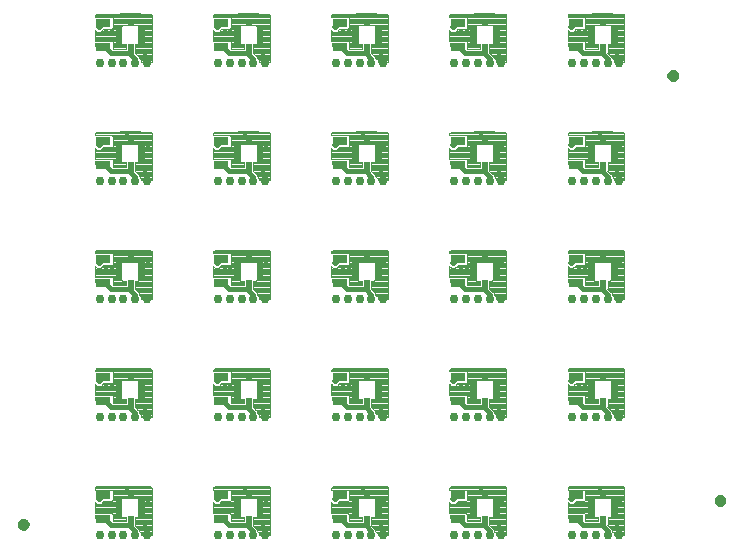
<source format=gtl>
G75*
%MOIN*%
%OFA0B0*%
%FSLAX25Y25*%
%IPPOS*%
%LPD*%
%AMOC8*
5,1,8,0,0,1.08239X$1,22.5*
%
%ADD10R,0.05118X0.02756*%
%ADD11R,0.01969X0.02756*%
%ADD12R,0.02362X0.05906*%
%ADD13R,0.01969X0.02362*%
%ADD14C,0.01969*%
%ADD15C,0.02953*%
%ADD16C,0.01981*%
%ADD17C,0.01575*%
%ADD18C,0.00400*%
%ADD19C,0.01587*%
%ADD20C,0.00500*%
%ADD21C,0.00394*%
D10*
X0051197Y0046236D03*
X0051197Y0054110D03*
X0051197Y0085606D03*
X0051197Y0093480D03*
X0051197Y0124976D03*
X0051197Y0132850D03*
X0051197Y0164346D03*
X0051197Y0172220D03*
X0051197Y0203717D03*
X0051197Y0211591D03*
X0090567Y0211591D03*
X0090567Y0203717D03*
X0090567Y0172220D03*
X0090567Y0164346D03*
X0090567Y0132850D03*
X0090567Y0124976D03*
X0090567Y0093480D03*
X0090567Y0085606D03*
X0090567Y0054110D03*
X0090567Y0046236D03*
X0129937Y0046236D03*
X0129937Y0054110D03*
X0129937Y0085606D03*
X0129937Y0093480D03*
X0129937Y0124976D03*
X0129937Y0132850D03*
X0129937Y0164346D03*
X0129937Y0172220D03*
X0129937Y0203717D03*
X0129937Y0211591D03*
X0169307Y0211591D03*
X0169307Y0203717D03*
X0169307Y0172220D03*
X0169307Y0164346D03*
X0169307Y0132850D03*
X0169307Y0124976D03*
X0169307Y0093480D03*
X0169307Y0085606D03*
X0169307Y0054110D03*
X0169307Y0046236D03*
X0208677Y0046236D03*
X0208677Y0054110D03*
X0208677Y0085606D03*
X0208677Y0093480D03*
X0208677Y0124976D03*
X0208677Y0132850D03*
X0208677Y0164346D03*
X0208677Y0172220D03*
X0208677Y0203717D03*
X0208677Y0211591D03*
D11*
X0217732Y0203362D03*
X0178362Y0203362D03*
X0138992Y0203362D03*
X0099622Y0203362D03*
X0060252Y0203362D03*
X0060252Y0163992D03*
X0099622Y0163992D03*
X0138992Y0163992D03*
X0138992Y0124622D03*
X0099622Y0124622D03*
X0060252Y0124622D03*
X0060252Y0085252D03*
X0099622Y0085252D03*
X0138992Y0085252D03*
X0138992Y0045882D03*
X0099622Y0045882D03*
X0060252Y0045882D03*
X0178362Y0045882D03*
X0217732Y0045882D03*
X0217732Y0085252D03*
X0178362Y0085252D03*
X0178362Y0124622D03*
X0217732Y0124622D03*
X0217732Y0163992D03*
X0178362Y0163992D03*
D12*
X0174425Y0168323D03*
X0182299Y0168323D03*
X0213795Y0168323D03*
X0221669Y0168323D03*
X0221669Y0207693D03*
X0213795Y0207693D03*
X0182299Y0207693D03*
X0174425Y0207693D03*
X0142929Y0207693D03*
X0135055Y0207693D03*
X0103559Y0207693D03*
X0095685Y0207693D03*
X0064189Y0207693D03*
X0056315Y0207693D03*
X0056315Y0168323D03*
X0064189Y0168323D03*
X0095685Y0168323D03*
X0103559Y0168323D03*
X0135055Y0168323D03*
X0142929Y0168323D03*
X0142929Y0128953D03*
X0135055Y0128953D03*
X0103559Y0128953D03*
X0095685Y0128953D03*
X0064189Y0128953D03*
X0056315Y0128953D03*
X0056315Y0089583D03*
X0064189Y0089583D03*
X0095685Y0089583D03*
X0103559Y0089583D03*
X0135055Y0089583D03*
X0142929Y0089583D03*
X0174425Y0089583D03*
X0182299Y0089583D03*
X0213795Y0089583D03*
X0221669Y0089583D03*
X0221669Y0128953D03*
X0213795Y0128953D03*
X0182299Y0128953D03*
X0174425Y0128953D03*
X0174425Y0050213D03*
X0182299Y0050213D03*
X0213795Y0050213D03*
X0221669Y0050213D03*
X0142929Y0050213D03*
X0135055Y0050213D03*
X0103559Y0050213D03*
X0095685Y0050213D03*
X0064189Y0050213D03*
X0056315Y0050213D03*
D13*
X0060252Y0054150D03*
X0099622Y0054150D03*
X0138992Y0054150D03*
X0138992Y0093520D03*
X0099622Y0093520D03*
X0060252Y0093520D03*
X0060252Y0132890D03*
X0099622Y0132890D03*
X0138992Y0132890D03*
X0138992Y0172260D03*
X0099622Y0172260D03*
X0060252Y0172260D03*
X0060252Y0211630D03*
X0099622Y0211630D03*
X0138992Y0211630D03*
X0178362Y0211630D03*
X0217732Y0211630D03*
X0217732Y0172260D03*
X0178362Y0172260D03*
X0178362Y0132890D03*
X0217732Y0132890D03*
X0217732Y0093520D03*
X0178362Y0093520D03*
X0178362Y0054150D03*
X0217732Y0054150D03*
D14*
X0023638Y0044307D02*
X0023640Y0044369D01*
X0023646Y0044432D01*
X0023656Y0044493D01*
X0023670Y0044554D01*
X0023687Y0044614D01*
X0023708Y0044673D01*
X0023734Y0044730D01*
X0023762Y0044785D01*
X0023794Y0044839D01*
X0023830Y0044890D01*
X0023868Y0044940D01*
X0023910Y0044986D01*
X0023954Y0045030D01*
X0024002Y0045071D01*
X0024051Y0045109D01*
X0024103Y0045143D01*
X0024157Y0045174D01*
X0024213Y0045202D01*
X0024271Y0045226D01*
X0024330Y0045247D01*
X0024390Y0045263D01*
X0024451Y0045276D01*
X0024513Y0045285D01*
X0024575Y0045290D01*
X0024638Y0045291D01*
X0024700Y0045288D01*
X0024762Y0045281D01*
X0024824Y0045270D01*
X0024884Y0045255D01*
X0024944Y0045237D01*
X0025002Y0045215D01*
X0025059Y0045189D01*
X0025114Y0045159D01*
X0025167Y0045126D01*
X0025218Y0045090D01*
X0025266Y0045051D01*
X0025312Y0045008D01*
X0025355Y0044963D01*
X0025395Y0044915D01*
X0025432Y0044865D01*
X0025466Y0044812D01*
X0025497Y0044758D01*
X0025523Y0044702D01*
X0025547Y0044644D01*
X0025566Y0044584D01*
X0025582Y0044524D01*
X0025594Y0044462D01*
X0025602Y0044401D01*
X0025606Y0044338D01*
X0025606Y0044276D01*
X0025602Y0044213D01*
X0025594Y0044152D01*
X0025582Y0044090D01*
X0025566Y0044030D01*
X0025547Y0043970D01*
X0025523Y0043912D01*
X0025497Y0043856D01*
X0025466Y0043802D01*
X0025432Y0043749D01*
X0025395Y0043699D01*
X0025355Y0043651D01*
X0025312Y0043606D01*
X0025266Y0043563D01*
X0025218Y0043524D01*
X0025167Y0043488D01*
X0025114Y0043455D01*
X0025059Y0043425D01*
X0025002Y0043399D01*
X0024944Y0043377D01*
X0024884Y0043359D01*
X0024824Y0043344D01*
X0024762Y0043333D01*
X0024700Y0043326D01*
X0024638Y0043323D01*
X0024575Y0043324D01*
X0024513Y0043329D01*
X0024451Y0043338D01*
X0024390Y0043351D01*
X0024330Y0043367D01*
X0024271Y0043388D01*
X0024213Y0043412D01*
X0024157Y0043440D01*
X0024103Y0043471D01*
X0024051Y0043505D01*
X0024002Y0043543D01*
X0023954Y0043584D01*
X0023910Y0043628D01*
X0023868Y0043674D01*
X0023830Y0043724D01*
X0023794Y0043775D01*
X0023762Y0043829D01*
X0023734Y0043884D01*
X0023708Y0043941D01*
X0023687Y0044000D01*
X0023670Y0044060D01*
X0023656Y0044121D01*
X0023646Y0044182D01*
X0023640Y0044245D01*
X0023638Y0044307D01*
X0240173Y0193913D02*
X0240175Y0193975D01*
X0240181Y0194038D01*
X0240191Y0194099D01*
X0240205Y0194160D01*
X0240222Y0194220D01*
X0240243Y0194279D01*
X0240269Y0194336D01*
X0240297Y0194391D01*
X0240329Y0194445D01*
X0240365Y0194496D01*
X0240403Y0194546D01*
X0240445Y0194592D01*
X0240489Y0194636D01*
X0240537Y0194677D01*
X0240586Y0194715D01*
X0240638Y0194749D01*
X0240692Y0194780D01*
X0240748Y0194808D01*
X0240806Y0194832D01*
X0240865Y0194853D01*
X0240925Y0194869D01*
X0240986Y0194882D01*
X0241048Y0194891D01*
X0241110Y0194896D01*
X0241173Y0194897D01*
X0241235Y0194894D01*
X0241297Y0194887D01*
X0241359Y0194876D01*
X0241419Y0194861D01*
X0241479Y0194843D01*
X0241537Y0194821D01*
X0241594Y0194795D01*
X0241649Y0194765D01*
X0241702Y0194732D01*
X0241753Y0194696D01*
X0241801Y0194657D01*
X0241847Y0194614D01*
X0241890Y0194569D01*
X0241930Y0194521D01*
X0241967Y0194471D01*
X0242001Y0194418D01*
X0242032Y0194364D01*
X0242058Y0194308D01*
X0242082Y0194250D01*
X0242101Y0194190D01*
X0242117Y0194130D01*
X0242129Y0194068D01*
X0242137Y0194007D01*
X0242141Y0193944D01*
X0242141Y0193882D01*
X0242137Y0193819D01*
X0242129Y0193758D01*
X0242117Y0193696D01*
X0242101Y0193636D01*
X0242082Y0193576D01*
X0242058Y0193518D01*
X0242032Y0193462D01*
X0242001Y0193408D01*
X0241967Y0193355D01*
X0241930Y0193305D01*
X0241890Y0193257D01*
X0241847Y0193212D01*
X0241801Y0193169D01*
X0241753Y0193130D01*
X0241702Y0193094D01*
X0241649Y0193061D01*
X0241594Y0193031D01*
X0241537Y0193005D01*
X0241479Y0192983D01*
X0241419Y0192965D01*
X0241359Y0192950D01*
X0241297Y0192939D01*
X0241235Y0192932D01*
X0241173Y0192929D01*
X0241110Y0192930D01*
X0241048Y0192935D01*
X0240986Y0192944D01*
X0240925Y0192957D01*
X0240865Y0192973D01*
X0240806Y0192994D01*
X0240748Y0193018D01*
X0240692Y0193046D01*
X0240638Y0193077D01*
X0240586Y0193111D01*
X0240537Y0193149D01*
X0240489Y0193190D01*
X0240445Y0193234D01*
X0240403Y0193280D01*
X0240365Y0193330D01*
X0240329Y0193381D01*
X0240297Y0193435D01*
X0240269Y0193490D01*
X0240243Y0193547D01*
X0240222Y0193606D01*
X0240205Y0193666D01*
X0240191Y0193727D01*
X0240181Y0193788D01*
X0240175Y0193851D01*
X0240173Y0193913D01*
X0255922Y0052181D02*
X0255924Y0052243D01*
X0255930Y0052306D01*
X0255940Y0052367D01*
X0255954Y0052428D01*
X0255971Y0052488D01*
X0255992Y0052547D01*
X0256018Y0052604D01*
X0256046Y0052659D01*
X0256078Y0052713D01*
X0256114Y0052764D01*
X0256152Y0052814D01*
X0256194Y0052860D01*
X0256238Y0052904D01*
X0256286Y0052945D01*
X0256335Y0052983D01*
X0256387Y0053017D01*
X0256441Y0053048D01*
X0256497Y0053076D01*
X0256555Y0053100D01*
X0256614Y0053121D01*
X0256674Y0053137D01*
X0256735Y0053150D01*
X0256797Y0053159D01*
X0256859Y0053164D01*
X0256922Y0053165D01*
X0256984Y0053162D01*
X0257046Y0053155D01*
X0257108Y0053144D01*
X0257168Y0053129D01*
X0257228Y0053111D01*
X0257286Y0053089D01*
X0257343Y0053063D01*
X0257398Y0053033D01*
X0257451Y0053000D01*
X0257502Y0052964D01*
X0257550Y0052925D01*
X0257596Y0052882D01*
X0257639Y0052837D01*
X0257679Y0052789D01*
X0257716Y0052739D01*
X0257750Y0052686D01*
X0257781Y0052632D01*
X0257807Y0052576D01*
X0257831Y0052518D01*
X0257850Y0052458D01*
X0257866Y0052398D01*
X0257878Y0052336D01*
X0257886Y0052275D01*
X0257890Y0052212D01*
X0257890Y0052150D01*
X0257886Y0052087D01*
X0257878Y0052026D01*
X0257866Y0051964D01*
X0257850Y0051904D01*
X0257831Y0051844D01*
X0257807Y0051786D01*
X0257781Y0051730D01*
X0257750Y0051676D01*
X0257716Y0051623D01*
X0257679Y0051573D01*
X0257639Y0051525D01*
X0257596Y0051480D01*
X0257550Y0051437D01*
X0257502Y0051398D01*
X0257451Y0051362D01*
X0257398Y0051329D01*
X0257343Y0051299D01*
X0257286Y0051273D01*
X0257228Y0051251D01*
X0257168Y0051233D01*
X0257108Y0051218D01*
X0257046Y0051207D01*
X0256984Y0051200D01*
X0256922Y0051197D01*
X0256859Y0051198D01*
X0256797Y0051203D01*
X0256735Y0051212D01*
X0256674Y0051225D01*
X0256614Y0051241D01*
X0256555Y0051262D01*
X0256497Y0051286D01*
X0256441Y0051314D01*
X0256387Y0051345D01*
X0256335Y0051379D01*
X0256286Y0051417D01*
X0256238Y0051458D01*
X0256194Y0051502D01*
X0256152Y0051548D01*
X0256114Y0051598D01*
X0256078Y0051649D01*
X0256046Y0051703D01*
X0256018Y0051758D01*
X0255992Y0051815D01*
X0255971Y0051874D01*
X0255954Y0051934D01*
X0255940Y0051995D01*
X0255930Y0052056D01*
X0255924Y0052119D01*
X0255922Y0052181D01*
D15*
X0223244Y0040764D03*
X0219307Y0040764D03*
X0215370Y0040764D03*
X0211433Y0040764D03*
X0207496Y0040764D03*
X0183874Y0040764D03*
X0179937Y0040764D03*
X0176000Y0040764D03*
X0172063Y0040764D03*
X0168126Y0040764D03*
X0144504Y0040764D03*
X0140567Y0040764D03*
X0136630Y0040764D03*
X0132693Y0040764D03*
X0128756Y0040764D03*
X0105134Y0040764D03*
X0101197Y0040764D03*
X0097260Y0040764D03*
X0093323Y0040764D03*
X0089386Y0040764D03*
X0065764Y0040764D03*
X0061827Y0040764D03*
X0057890Y0040764D03*
X0053953Y0040764D03*
X0050016Y0040764D03*
X0050016Y0080134D03*
X0053953Y0080134D03*
X0057890Y0080134D03*
X0061827Y0080134D03*
X0065764Y0080134D03*
X0089386Y0080134D03*
X0093323Y0080134D03*
X0097260Y0080134D03*
X0101197Y0080134D03*
X0105134Y0080134D03*
X0128756Y0080134D03*
X0132693Y0080134D03*
X0136630Y0080134D03*
X0140567Y0080134D03*
X0144504Y0080134D03*
X0168126Y0080134D03*
X0172063Y0080134D03*
X0176000Y0080134D03*
X0179937Y0080134D03*
X0183874Y0080134D03*
X0207496Y0080134D03*
X0211433Y0080134D03*
X0215370Y0080134D03*
X0219307Y0080134D03*
X0223244Y0080134D03*
X0223244Y0119504D03*
X0219307Y0119504D03*
X0215370Y0119504D03*
X0211433Y0119504D03*
X0207496Y0119504D03*
X0183874Y0119504D03*
X0179937Y0119504D03*
X0176000Y0119504D03*
X0172063Y0119504D03*
X0168126Y0119504D03*
X0144504Y0119504D03*
X0140567Y0119504D03*
X0136630Y0119504D03*
X0132693Y0119504D03*
X0128756Y0119504D03*
X0105134Y0119504D03*
X0101197Y0119504D03*
X0097260Y0119504D03*
X0093323Y0119504D03*
X0089386Y0119504D03*
X0065764Y0119504D03*
X0061827Y0119504D03*
X0057890Y0119504D03*
X0053953Y0119504D03*
X0050016Y0119504D03*
X0050016Y0158874D03*
X0053953Y0158874D03*
X0057890Y0158874D03*
X0061827Y0158874D03*
X0065764Y0158874D03*
X0089386Y0158874D03*
X0093323Y0158874D03*
X0097260Y0158874D03*
X0101197Y0158874D03*
X0105134Y0158874D03*
X0128756Y0158874D03*
X0132693Y0158874D03*
X0136630Y0158874D03*
X0140567Y0158874D03*
X0144504Y0158874D03*
X0168126Y0158874D03*
X0172063Y0158874D03*
X0176000Y0158874D03*
X0179937Y0158874D03*
X0183874Y0158874D03*
X0207496Y0158874D03*
X0211433Y0158874D03*
X0215370Y0158874D03*
X0219307Y0158874D03*
X0223244Y0158874D03*
X0223244Y0198244D03*
X0219307Y0198244D03*
X0215370Y0198244D03*
X0211433Y0198244D03*
X0207496Y0198244D03*
X0183874Y0198244D03*
X0179937Y0198244D03*
X0176000Y0198244D03*
X0172063Y0198244D03*
X0168126Y0198244D03*
X0144504Y0198244D03*
X0140567Y0198244D03*
X0136630Y0198244D03*
X0132693Y0198244D03*
X0128756Y0198244D03*
X0105134Y0198244D03*
X0101197Y0198244D03*
X0097260Y0198244D03*
X0093323Y0198244D03*
X0089386Y0198244D03*
X0065764Y0198244D03*
X0061827Y0198244D03*
X0057890Y0198244D03*
X0053953Y0198244D03*
X0050016Y0198244D03*
D16*
X0049622Y0210252D03*
X0088992Y0210252D03*
X0128362Y0210252D03*
X0128362Y0170882D03*
X0088992Y0170882D03*
X0049622Y0170882D03*
X0049622Y0131512D03*
X0088992Y0131512D03*
X0128362Y0131512D03*
X0128362Y0092142D03*
X0088992Y0092142D03*
X0049622Y0092142D03*
X0049622Y0052772D03*
X0088992Y0052772D03*
X0128362Y0052772D03*
X0167732Y0052772D03*
X0207102Y0052772D03*
X0207102Y0092142D03*
X0167732Y0092142D03*
X0167732Y0131512D03*
X0207102Y0131512D03*
X0207102Y0170882D03*
X0167732Y0170882D03*
X0167732Y0210252D03*
X0207102Y0210252D03*
D17*
X0208441Y0211591D01*
X0208677Y0211591D01*
X0208677Y0203746D02*
X0208313Y0203746D01*
X0208677Y0203746D02*
X0208677Y0203717D01*
X0209110Y0203717D01*
X0211236Y0201591D01*
X0217339Y0201591D01*
X0217732Y0201984D01*
X0217732Y0203362D01*
X0217339Y0201591D02*
X0219307Y0199622D01*
X0219307Y0198244D01*
X0208677Y0172220D02*
X0208441Y0172220D01*
X0207102Y0170882D01*
X0208313Y0164376D02*
X0208677Y0164376D01*
X0208677Y0164346D01*
X0209110Y0164346D01*
X0211236Y0162220D01*
X0217339Y0162220D01*
X0217732Y0162614D01*
X0217732Y0163992D01*
X0217339Y0162220D02*
X0219307Y0160252D01*
X0219307Y0158874D01*
X0208677Y0132850D02*
X0208441Y0132850D01*
X0207102Y0131512D01*
X0208313Y0125006D02*
X0208677Y0125006D01*
X0208677Y0124976D01*
X0209110Y0124976D01*
X0211236Y0122850D01*
X0217339Y0122850D01*
X0217732Y0123244D01*
X0217732Y0124622D01*
X0217339Y0122850D02*
X0219307Y0120882D01*
X0219307Y0119504D01*
X0208677Y0093480D02*
X0208441Y0093480D01*
X0207102Y0092142D01*
X0208313Y0085636D02*
X0208677Y0085636D01*
X0208677Y0085606D01*
X0209110Y0085606D01*
X0211236Y0083480D01*
X0217339Y0083480D01*
X0217732Y0083874D01*
X0217732Y0085252D01*
X0217339Y0083480D02*
X0219307Y0081512D01*
X0219307Y0080134D01*
X0208677Y0054110D02*
X0208441Y0054110D01*
X0207102Y0052772D01*
X0208313Y0046266D02*
X0208677Y0046266D01*
X0208677Y0046236D01*
X0209110Y0046236D01*
X0211236Y0044110D01*
X0217339Y0044110D01*
X0217732Y0044504D01*
X0217732Y0045882D01*
X0217339Y0044110D02*
X0219307Y0042142D01*
X0219307Y0040764D01*
X0179937Y0040764D02*
X0179937Y0042142D01*
X0177969Y0044110D01*
X0178362Y0044504D01*
X0178362Y0045882D01*
X0177969Y0044110D02*
X0171866Y0044110D01*
X0169740Y0046236D01*
X0169307Y0046236D01*
X0169307Y0046266D01*
X0168943Y0046266D01*
X0167732Y0052772D02*
X0169071Y0054110D01*
X0169307Y0054110D01*
X0179937Y0080134D02*
X0179937Y0081512D01*
X0177969Y0083480D01*
X0178362Y0083874D01*
X0178362Y0085252D01*
X0177969Y0083480D02*
X0171866Y0083480D01*
X0169740Y0085606D01*
X0169307Y0085606D01*
X0169307Y0085636D01*
X0168943Y0085636D01*
X0167732Y0092142D02*
X0169071Y0093480D01*
X0169307Y0093480D01*
X0140567Y0081512D02*
X0140567Y0080134D01*
X0140567Y0081512D02*
X0138598Y0083480D01*
X0138992Y0083874D01*
X0138992Y0085252D01*
X0138598Y0083480D02*
X0132496Y0083480D01*
X0130370Y0085606D01*
X0129937Y0085606D01*
X0129937Y0085636D01*
X0129573Y0085636D01*
X0128362Y0092142D02*
X0129701Y0093480D01*
X0129937Y0093480D01*
X0140567Y0119504D02*
X0140567Y0120882D01*
X0138598Y0122850D01*
X0138992Y0123244D01*
X0138992Y0124622D01*
X0138598Y0122850D02*
X0132496Y0122850D01*
X0130370Y0124976D01*
X0129937Y0124976D01*
X0129937Y0125006D01*
X0129573Y0125006D01*
X0128362Y0131512D02*
X0129701Y0132850D01*
X0129937Y0132850D01*
X0140567Y0158874D02*
X0140567Y0160252D01*
X0138598Y0162220D01*
X0138992Y0162614D01*
X0138992Y0163992D01*
X0138598Y0162220D02*
X0132496Y0162220D01*
X0130370Y0164346D01*
X0129937Y0164346D01*
X0129937Y0164376D01*
X0129573Y0164376D01*
X0128362Y0170882D02*
X0129701Y0172220D01*
X0129937Y0172220D01*
X0140567Y0198244D02*
X0140567Y0199622D01*
X0138598Y0201591D01*
X0138992Y0201984D01*
X0138992Y0203362D01*
X0138598Y0201591D02*
X0132496Y0201591D01*
X0130370Y0203717D01*
X0129937Y0203717D01*
X0129937Y0203746D01*
X0129573Y0203746D01*
X0128362Y0210252D02*
X0129701Y0211591D01*
X0129937Y0211591D01*
X0101197Y0199622D02*
X0099228Y0201591D01*
X0099622Y0201984D01*
X0099622Y0203362D01*
X0099228Y0201591D02*
X0093126Y0201591D01*
X0091000Y0203717D01*
X0090567Y0203717D01*
X0090567Y0203746D01*
X0090203Y0203746D01*
X0088992Y0210252D02*
X0090331Y0211591D01*
X0090567Y0211591D01*
X0101197Y0199622D02*
X0101197Y0198244D01*
X0090567Y0172220D02*
X0090331Y0172220D01*
X0088992Y0170882D01*
X0090203Y0164376D02*
X0090567Y0164376D01*
X0090567Y0164346D01*
X0091000Y0164346D01*
X0093126Y0162220D01*
X0099228Y0162220D01*
X0099622Y0162614D01*
X0099622Y0163992D01*
X0099228Y0162220D02*
X0101197Y0160252D01*
X0101197Y0158874D01*
X0090567Y0132850D02*
X0090331Y0132850D01*
X0088992Y0131512D01*
X0090203Y0125006D02*
X0090567Y0125006D01*
X0090567Y0124976D01*
X0091000Y0124976D01*
X0093126Y0122850D01*
X0099228Y0122850D01*
X0099622Y0123244D01*
X0099622Y0124622D01*
X0099228Y0122850D02*
X0101197Y0120882D01*
X0101197Y0119504D01*
X0090567Y0093480D02*
X0090331Y0093480D01*
X0088992Y0092142D01*
X0090203Y0085636D02*
X0090567Y0085636D01*
X0090567Y0085606D01*
X0091000Y0085606D01*
X0093126Y0083480D01*
X0099228Y0083480D01*
X0099622Y0083874D01*
X0099622Y0085252D01*
X0099228Y0083480D02*
X0101197Y0081512D01*
X0101197Y0080134D01*
X0090567Y0054110D02*
X0090331Y0054110D01*
X0088992Y0052772D01*
X0090203Y0046266D02*
X0090567Y0046266D01*
X0090567Y0046236D01*
X0091000Y0046236D01*
X0093126Y0044110D01*
X0099228Y0044110D01*
X0099622Y0044504D01*
X0099622Y0045882D01*
X0099228Y0044110D02*
X0101197Y0042142D01*
X0101197Y0040764D01*
X0128362Y0052772D02*
X0129701Y0054110D01*
X0129937Y0054110D01*
X0129937Y0046266D02*
X0129573Y0046266D01*
X0129937Y0046266D02*
X0129937Y0046236D01*
X0130370Y0046236D01*
X0132496Y0044110D01*
X0138598Y0044110D01*
X0138992Y0044504D01*
X0138992Y0045882D01*
X0138598Y0044110D02*
X0140567Y0042142D01*
X0140567Y0040764D01*
X0061827Y0040764D02*
X0061827Y0042142D01*
X0059858Y0044110D01*
X0060252Y0044504D01*
X0060252Y0045882D01*
X0059858Y0044110D02*
X0053756Y0044110D01*
X0051630Y0046236D01*
X0051197Y0046236D01*
X0051197Y0046266D01*
X0050833Y0046266D01*
X0049622Y0052772D02*
X0050961Y0054110D01*
X0051197Y0054110D01*
X0061827Y0080134D02*
X0061827Y0081512D01*
X0059858Y0083480D01*
X0060252Y0083874D01*
X0060252Y0085252D01*
X0059858Y0083480D02*
X0053756Y0083480D01*
X0051630Y0085606D01*
X0051197Y0085606D01*
X0051197Y0085636D01*
X0050833Y0085636D01*
X0049622Y0092142D02*
X0050961Y0093480D01*
X0051197Y0093480D01*
X0061827Y0119504D02*
X0061827Y0120882D01*
X0059858Y0122850D01*
X0060252Y0123244D01*
X0060252Y0124622D01*
X0059858Y0122850D02*
X0053756Y0122850D01*
X0051630Y0124976D01*
X0051197Y0124976D01*
X0051197Y0125006D01*
X0050833Y0125006D01*
X0049622Y0131512D02*
X0050961Y0132850D01*
X0051197Y0132850D01*
X0061827Y0158874D02*
X0061827Y0160252D01*
X0059858Y0162220D01*
X0060252Y0162614D01*
X0060252Y0163992D01*
X0059858Y0162220D02*
X0053756Y0162220D01*
X0051630Y0164346D01*
X0051197Y0164346D01*
X0051197Y0164376D01*
X0050833Y0164376D01*
X0049622Y0170882D02*
X0050961Y0172220D01*
X0051197Y0172220D01*
X0061827Y0198244D02*
X0061827Y0199622D01*
X0059858Y0201591D01*
X0060252Y0201984D01*
X0060252Y0203362D01*
X0059858Y0201591D02*
X0053756Y0201591D01*
X0051630Y0203717D01*
X0051197Y0203717D01*
X0051197Y0203746D01*
X0050833Y0203746D01*
X0049622Y0210252D02*
X0050961Y0211591D01*
X0051197Y0211591D01*
X0167732Y0210252D02*
X0169071Y0211591D01*
X0169307Y0211591D01*
X0169307Y0203746D02*
X0168943Y0203746D01*
X0169307Y0203746D02*
X0169307Y0203717D01*
X0169740Y0203717D01*
X0171866Y0201591D01*
X0177969Y0201591D01*
X0178362Y0201984D01*
X0178362Y0203362D01*
X0177969Y0201591D02*
X0179937Y0199622D01*
X0179937Y0198244D01*
X0169307Y0172220D02*
X0169071Y0172220D01*
X0167732Y0170882D01*
X0168943Y0164376D02*
X0169307Y0164376D01*
X0169307Y0164346D01*
X0169740Y0164346D01*
X0171866Y0162220D01*
X0177969Y0162220D01*
X0178362Y0162614D01*
X0178362Y0163992D01*
X0177969Y0162220D02*
X0179937Y0160252D01*
X0179937Y0158874D01*
X0169307Y0132850D02*
X0169071Y0132850D01*
X0167732Y0131512D01*
X0168943Y0125006D02*
X0169307Y0125006D01*
X0169307Y0124976D01*
X0169740Y0124976D01*
X0171866Y0122850D01*
X0177969Y0122850D01*
X0178362Y0123244D01*
X0178362Y0124622D01*
X0177969Y0122850D02*
X0179937Y0120882D01*
X0179937Y0119504D01*
D18*
X0181355Y0120952D02*
X0185446Y0120952D01*
X0185446Y0121350D02*
X0181274Y0121350D01*
X0181274Y0121436D02*
X0179795Y0122915D01*
X0179896Y0123016D01*
X0179896Y0125721D01*
X0180840Y0125721D01*
X0181003Y0125885D01*
X0181003Y0131824D01*
X0180840Y0131987D01*
X0175491Y0131987D01*
X0175328Y0131824D01*
X0175328Y0125885D01*
X0175491Y0125721D01*
X0176828Y0125721D01*
X0176828Y0124188D01*
X0172420Y0124188D01*
X0172416Y0124192D01*
X0172416Y0126582D01*
X0172094Y0126904D01*
X0166554Y0126904D01*
X0166554Y0130511D01*
X0167094Y0129971D01*
X0168370Y0129971D01*
X0169273Y0130874D01*
X0169273Y0130922D01*
X0172094Y0130922D01*
X0172416Y0131245D01*
X0172416Y0134456D01*
X0172094Y0134778D01*
X0166554Y0134778D01*
X0166554Y0135252D01*
X0166574Y0135404D01*
X0166726Y0135667D01*
X0166990Y0135819D01*
X0167142Y0135839D01*
X0174507Y0135839D01*
X0174853Y0136039D01*
X0181477Y0136039D01*
X0181824Y0135839D01*
X0184858Y0135839D01*
X0185010Y0135819D01*
X0185274Y0135667D01*
X0185426Y0135404D01*
X0185446Y0135252D01*
X0185446Y0119704D01*
X0181963Y0119704D01*
X0181963Y0120343D01*
X0181274Y0121032D01*
X0181274Y0121436D01*
X0180961Y0121749D02*
X0185446Y0121749D01*
X0185446Y0122147D02*
X0180563Y0122147D01*
X0180164Y0122546D02*
X0185446Y0122546D01*
X0185446Y0122944D02*
X0179825Y0122944D01*
X0179896Y0123343D02*
X0185446Y0123343D01*
X0185446Y0123741D02*
X0179896Y0123741D01*
X0179896Y0124140D02*
X0185446Y0124140D01*
X0185446Y0124539D02*
X0179896Y0124539D01*
X0179896Y0124937D02*
X0185446Y0124937D01*
X0185446Y0125336D02*
X0179896Y0125336D01*
X0180853Y0125734D02*
X0185446Y0125734D01*
X0185446Y0126133D02*
X0181003Y0126133D01*
X0181003Y0126531D02*
X0185446Y0126531D01*
X0185446Y0126930D02*
X0181003Y0126930D01*
X0181003Y0127328D02*
X0185446Y0127328D01*
X0185446Y0127727D02*
X0181003Y0127727D01*
X0181003Y0128125D02*
X0185446Y0128125D01*
X0185446Y0128524D02*
X0181003Y0128524D01*
X0181003Y0128922D02*
X0185446Y0128922D01*
X0185446Y0129321D02*
X0181003Y0129321D01*
X0181003Y0129719D02*
X0185446Y0129719D01*
X0185446Y0130118D02*
X0181003Y0130118D01*
X0181003Y0130516D02*
X0185446Y0130516D01*
X0185446Y0130915D02*
X0181003Y0130915D01*
X0181003Y0131313D02*
X0185446Y0131313D01*
X0185446Y0131712D02*
X0181003Y0131712D01*
X0185446Y0132110D02*
X0172416Y0132110D01*
X0172416Y0131712D02*
X0175328Y0131712D01*
X0175328Y0131313D02*
X0172416Y0131313D01*
X0172416Y0132509D02*
X0185446Y0132509D01*
X0185446Y0132907D02*
X0172416Y0132907D01*
X0172416Y0133306D02*
X0185446Y0133306D01*
X0185446Y0133704D02*
X0172416Y0133704D01*
X0172416Y0134103D02*
X0185446Y0134103D01*
X0185446Y0134501D02*
X0172371Y0134501D01*
X0175328Y0130915D02*
X0169273Y0130915D01*
X0168915Y0130516D02*
X0175328Y0130516D01*
X0175328Y0130118D02*
X0168517Y0130118D01*
X0166948Y0130118D02*
X0166554Y0130118D01*
X0166554Y0129719D02*
X0175328Y0129719D01*
X0175328Y0129321D02*
X0166554Y0129321D01*
X0166554Y0128922D02*
X0175328Y0128922D01*
X0175328Y0128524D02*
X0166554Y0128524D01*
X0166554Y0128125D02*
X0175328Y0128125D01*
X0175328Y0127727D02*
X0166554Y0127727D01*
X0166554Y0127328D02*
X0175328Y0127328D01*
X0175328Y0126930D02*
X0166554Y0126930D01*
X0172416Y0126531D02*
X0175328Y0126531D01*
X0175328Y0126133D02*
X0172416Y0126133D01*
X0172416Y0125734D02*
X0175478Y0125734D01*
X0176828Y0125336D02*
X0172416Y0125336D01*
X0172416Y0124937D02*
X0176828Y0124937D01*
X0176828Y0124539D02*
X0172416Y0124539D01*
X0181753Y0120553D02*
X0185446Y0120553D01*
X0185446Y0120155D02*
X0181963Y0120155D01*
X0181963Y0119756D02*
X0185446Y0119756D01*
X0185446Y0134900D02*
X0166554Y0134900D01*
X0166560Y0135298D02*
X0185440Y0135298D01*
X0185223Y0135697D02*
X0166777Y0135697D01*
X0146076Y0135252D02*
X0146076Y0119704D01*
X0142593Y0119704D01*
X0142593Y0120343D01*
X0141904Y0121032D01*
X0141904Y0121436D01*
X0140425Y0122915D01*
X0140526Y0123016D01*
X0140526Y0125721D01*
X0141470Y0125721D01*
X0141633Y0125885D01*
X0141633Y0131824D01*
X0141470Y0131987D01*
X0136121Y0131987D01*
X0135957Y0131824D01*
X0135957Y0125885D01*
X0136121Y0125721D01*
X0137458Y0125721D01*
X0137458Y0124188D01*
X0133050Y0124188D01*
X0133046Y0124192D01*
X0133046Y0126582D01*
X0132724Y0126904D01*
X0127184Y0126904D01*
X0127184Y0130511D01*
X0127724Y0129971D01*
X0129000Y0129971D01*
X0129903Y0130874D01*
X0129903Y0130922D01*
X0132724Y0130922D01*
X0133046Y0131245D01*
X0133046Y0134456D01*
X0132724Y0134778D01*
X0127184Y0134778D01*
X0127184Y0135252D01*
X0127204Y0135404D01*
X0127356Y0135667D01*
X0127620Y0135819D01*
X0127772Y0135839D01*
X0135137Y0135839D01*
X0135137Y0135839D01*
X0135483Y0136039D01*
X0142107Y0136039D01*
X0142454Y0135839D01*
X0145488Y0135839D01*
X0145640Y0135819D01*
X0145904Y0135667D01*
X0146056Y0135404D01*
X0146076Y0135252D01*
X0146069Y0135298D02*
X0127190Y0135298D01*
X0127184Y0134900D02*
X0146076Y0134900D01*
X0146076Y0134501D02*
X0133001Y0134501D01*
X0133046Y0134103D02*
X0146076Y0134103D01*
X0146076Y0133704D02*
X0133046Y0133704D01*
X0133046Y0133306D02*
X0146076Y0133306D01*
X0146076Y0132907D02*
X0133046Y0132907D01*
X0133046Y0132509D02*
X0146076Y0132509D01*
X0146076Y0132110D02*
X0133046Y0132110D01*
X0133046Y0131712D02*
X0135957Y0131712D01*
X0135957Y0131313D02*
X0133046Y0131313D01*
X0135957Y0130915D02*
X0129903Y0130915D01*
X0129545Y0130516D02*
X0135957Y0130516D01*
X0135957Y0130118D02*
X0129147Y0130118D01*
X0127578Y0130118D02*
X0127184Y0130118D01*
X0127184Y0129719D02*
X0135957Y0129719D01*
X0135957Y0129321D02*
X0127184Y0129321D01*
X0127184Y0128922D02*
X0135957Y0128922D01*
X0135957Y0128524D02*
X0127184Y0128524D01*
X0127184Y0128125D02*
X0135957Y0128125D01*
X0135957Y0127727D02*
X0127184Y0127727D01*
X0127184Y0127328D02*
X0135957Y0127328D01*
X0135957Y0126930D02*
X0127184Y0126930D01*
X0133046Y0126531D02*
X0135957Y0126531D01*
X0135957Y0126133D02*
X0133046Y0126133D01*
X0133046Y0125734D02*
X0136108Y0125734D01*
X0137458Y0125336D02*
X0133046Y0125336D01*
X0133046Y0124937D02*
X0137458Y0124937D01*
X0137458Y0124539D02*
X0133046Y0124539D01*
X0140526Y0124539D02*
X0146076Y0124539D01*
X0146076Y0124937D02*
X0140526Y0124937D01*
X0140526Y0125336D02*
X0146076Y0125336D01*
X0146076Y0125734D02*
X0141483Y0125734D01*
X0141633Y0126133D02*
X0146076Y0126133D01*
X0146076Y0126531D02*
X0141633Y0126531D01*
X0141633Y0126930D02*
X0146076Y0126930D01*
X0146076Y0127328D02*
X0141633Y0127328D01*
X0141633Y0127727D02*
X0146076Y0127727D01*
X0146076Y0128125D02*
X0141633Y0128125D01*
X0141633Y0128524D02*
X0146076Y0128524D01*
X0146076Y0128922D02*
X0141633Y0128922D01*
X0141633Y0129321D02*
X0146076Y0129321D01*
X0146076Y0129719D02*
X0141633Y0129719D01*
X0141633Y0130118D02*
X0146076Y0130118D01*
X0146076Y0130516D02*
X0141633Y0130516D01*
X0141633Y0130915D02*
X0146076Y0130915D01*
X0146076Y0131313D02*
X0141633Y0131313D01*
X0141633Y0131712D02*
X0146076Y0131712D01*
X0145852Y0135697D02*
X0127407Y0135697D01*
X0140526Y0124140D02*
X0146076Y0124140D01*
X0146076Y0123741D02*
X0140526Y0123741D01*
X0140526Y0123343D02*
X0146076Y0123343D01*
X0146076Y0122944D02*
X0140455Y0122944D01*
X0140794Y0122546D02*
X0146076Y0122546D01*
X0146076Y0122147D02*
X0141193Y0122147D01*
X0141591Y0121749D02*
X0146076Y0121749D01*
X0146076Y0121350D02*
X0141904Y0121350D01*
X0141985Y0120952D02*
X0146076Y0120952D01*
X0146076Y0120553D02*
X0142383Y0120553D01*
X0142593Y0120155D02*
X0146076Y0120155D01*
X0146076Y0119756D02*
X0142593Y0119756D01*
X0142107Y0096669D02*
X0135483Y0096669D01*
X0135137Y0096469D01*
X0127772Y0096469D01*
X0127620Y0096449D01*
X0127356Y0096297D01*
X0127204Y0096034D01*
X0127184Y0095882D01*
X0127184Y0095408D01*
X0132724Y0095408D01*
X0133046Y0095086D01*
X0133046Y0091875D01*
X0132724Y0091552D01*
X0129903Y0091552D01*
X0129903Y0091504D01*
X0129000Y0090601D01*
X0127724Y0090601D01*
X0127184Y0091141D01*
X0127184Y0087534D01*
X0132724Y0087534D01*
X0133046Y0087212D01*
X0133046Y0084822D01*
X0133050Y0084818D01*
X0137458Y0084818D01*
X0137458Y0086351D01*
X0136121Y0086351D01*
X0135957Y0086514D01*
X0135957Y0092454D01*
X0136121Y0092617D01*
X0141470Y0092617D01*
X0141633Y0092454D01*
X0141633Y0086514D01*
X0141470Y0086351D01*
X0140526Y0086351D01*
X0140526Y0083646D01*
X0140425Y0083545D01*
X0141904Y0082066D01*
X0141904Y0081662D01*
X0142593Y0080973D01*
X0142593Y0080334D01*
X0146076Y0080334D01*
X0146076Y0095882D01*
X0146056Y0096034D01*
X0145904Y0096297D01*
X0145640Y0096449D01*
X0145488Y0096469D01*
X0142454Y0096469D01*
X0142107Y0096669D01*
X0142153Y0096643D02*
X0135437Y0096643D01*
X0133046Y0095049D02*
X0146076Y0095049D01*
X0146076Y0095447D02*
X0127184Y0095447D01*
X0127184Y0095846D02*
X0146076Y0095846D01*
X0145934Y0096244D02*
X0127326Y0096244D01*
X0129861Y0091462D02*
X0135957Y0091462D01*
X0135957Y0091064D02*
X0129463Y0091064D01*
X0129064Y0090665D02*
X0135957Y0090665D01*
X0135957Y0090267D02*
X0127184Y0090267D01*
X0127184Y0090665D02*
X0127660Y0090665D01*
X0127262Y0091064D02*
X0127184Y0091064D01*
X0127184Y0089868D02*
X0135957Y0089868D01*
X0135957Y0089470D02*
X0127184Y0089470D01*
X0127184Y0089071D02*
X0135957Y0089071D01*
X0135957Y0088672D02*
X0127184Y0088672D01*
X0127184Y0088274D02*
X0135957Y0088274D01*
X0135957Y0087875D02*
X0127184Y0087875D01*
X0132781Y0087477D02*
X0135957Y0087477D01*
X0135957Y0087078D02*
X0133046Y0087078D01*
X0133046Y0086680D02*
X0135957Y0086680D01*
X0137458Y0086281D02*
X0133046Y0086281D01*
X0133046Y0085883D02*
X0137458Y0085883D01*
X0137458Y0085484D02*
X0133046Y0085484D01*
X0133046Y0085086D02*
X0137458Y0085086D01*
X0140526Y0085086D02*
X0146076Y0085086D01*
X0146076Y0085484D02*
X0140526Y0085484D01*
X0140526Y0085883D02*
X0146076Y0085883D01*
X0146076Y0086281D02*
X0140526Y0086281D01*
X0141633Y0086680D02*
X0146076Y0086680D01*
X0146076Y0087078D02*
X0141633Y0087078D01*
X0141633Y0087477D02*
X0146076Y0087477D01*
X0146076Y0087875D02*
X0141633Y0087875D01*
X0141633Y0088274D02*
X0146076Y0088274D01*
X0146076Y0088672D02*
X0141633Y0088672D01*
X0141633Y0089071D02*
X0146076Y0089071D01*
X0146076Y0089470D02*
X0141633Y0089470D01*
X0141633Y0089868D02*
X0146076Y0089868D01*
X0146076Y0090267D02*
X0141633Y0090267D01*
X0141633Y0090665D02*
X0146076Y0090665D01*
X0146076Y0091064D02*
X0141633Y0091064D01*
X0141633Y0091462D02*
X0146076Y0091462D01*
X0146076Y0091861D02*
X0141633Y0091861D01*
X0141633Y0092259D02*
X0146076Y0092259D01*
X0146076Y0092658D02*
X0133046Y0092658D01*
X0133046Y0093056D02*
X0146076Y0093056D01*
X0146076Y0093455D02*
X0133046Y0093455D01*
X0133046Y0093853D02*
X0146076Y0093853D01*
X0146076Y0094252D02*
X0133046Y0094252D01*
X0133046Y0094650D02*
X0146076Y0094650D01*
X0146076Y0084687D02*
X0140526Y0084687D01*
X0140526Y0084289D02*
X0146076Y0084289D01*
X0146076Y0083890D02*
X0140526Y0083890D01*
X0140478Y0083492D02*
X0146076Y0083492D01*
X0146076Y0083093D02*
X0140877Y0083093D01*
X0141275Y0082695D02*
X0146076Y0082695D01*
X0146076Y0082296D02*
X0141674Y0082296D01*
X0141904Y0081898D02*
X0146076Y0081898D01*
X0146076Y0081499D02*
X0142067Y0081499D01*
X0142466Y0081101D02*
X0146076Y0081101D01*
X0146076Y0080702D02*
X0142593Y0080702D01*
X0135957Y0091861D02*
X0133032Y0091861D01*
X0133046Y0092259D02*
X0135957Y0092259D01*
X0106706Y0092259D02*
X0102263Y0092259D01*
X0102263Y0092454D02*
X0102100Y0092617D01*
X0096751Y0092617D01*
X0096587Y0092454D01*
X0096587Y0086514D01*
X0096751Y0086351D01*
X0098088Y0086351D01*
X0098088Y0084818D01*
X0093680Y0084818D01*
X0093676Y0084822D01*
X0093676Y0087212D01*
X0093354Y0087534D01*
X0087814Y0087534D01*
X0087814Y0091141D01*
X0088354Y0090601D01*
X0089630Y0090601D01*
X0090533Y0091504D01*
X0090533Y0091552D01*
X0093354Y0091552D01*
X0093676Y0091875D01*
X0093676Y0095086D01*
X0093354Y0095408D01*
X0087814Y0095408D01*
X0087814Y0095882D01*
X0087834Y0096034D01*
X0087986Y0096297D01*
X0088250Y0096449D01*
X0088402Y0096469D01*
X0095767Y0096469D01*
X0095767Y0096469D01*
X0096113Y0096669D01*
X0102737Y0096669D01*
X0103083Y0096469D01*
X0106118Y0096469D01*
X0106270Y0096449D01*
X0106533Y0096297D01*
X0106685Y0096034D01*
X0106706Y0095882D01*
X0106706Y0080334D01*
X0103223Y0080334D01*
X0103223Y0080973D01*
X0102534Y0081662D01*
X0102534Y0082066D01*
X0101055Y0083545D01*
X0101156Y0083646D01*
X0101156Y0086351D01*
X0102100Y0086351D01*
X0102263Y0086514D01*
X0102263Y0092454D01*
X0102263Y0091861D02*
X0106706Y0091861D01*
X0106706Y0091462D02*
X0102263Y0091462D01*
X0102263Y0091064D02*
X0106706Y0091064D01*
X0106706Y0090665D02*
X0102263Y0090665D01*
X0102263Y0090267D02*
X0106706Y0090267D01*
X0106706Y0089868D02*
X0102263Y0089868D01*
X0102263Y0089470D02*
X0106706Y0089470D01*
X0106706Y0089071D02*
X0102263Y0089071D01*
X0102263Y0088672D02*
X0106706Y0088672D01*
X0106706Y0088274D02*
X0102263Y0088274D01*
X0102263Y0087875D02*
X0106706Y0087875D01*
X0106706Y0087477D02*
X0102263Y0087477D01*
X0102263Y0087078D02*
X0106706Y0087078D01*
X0106706Y0086680D02*
X0102263Y0086680D01*
X0101156Y0086281D02*
X0106706Y0086281D01*
X0106706Y0085883D02*
X0101156Y0085883D01*
X0101156Y0085484D02*
X0106706Y0085484D01*
X0106706Y0085086D02*
X0101156Y0085086D01*
X0101156Y0084687D02*
X0106706Y0084687D01*
X0106706Y0084289D02*
X0101156Y0084289D01*
X0101156Y0083890D02*
X0106706Y0083890D01*
X0106706Y0083492D02*
X0101108Y0083492D01*
X0101507Y0083093D02*
X0106706Y0083093D01*
X0106706Y0082695D02*
X0101905Y0082695D01*
X0102304Y0082296D02*
X0106706Y0082296D01*
X0106706Y0081898D02*
X0102534Y0081898D01*
X0102697Y0081499D02*
X0106706Y0081499D01*
X0106706Y0081101D02*
X0103096Y0081101D01*
X0103223Y0080702D02*
X0106706Y0080702D01*
X0098088Y0085086D02*
X0093676Y0085086D01*
X0093676Y0085484D02*
X0098088Y0085484D01*
X0098088Y0085883D02*
X0093676Y0085883D01*
X0093676Y0086281D02*
X0098088Y0086281D01*
X0096587Y0086680D02*
X0093676Y0086680D01*
X0093676Y0087078D02*
X0096587Y0087078D01*
X0096587Y0087477D02*
X0093411Y0087477D01*
X0096587Y0087875D02*
X0087814Y0087875D01*
X0087814Y0088274D02*
X0096587Y0088274D01*
X0096587Y0088672D02*
X0087814Y0088672D01*
X0087814Y0089071D02*
X0096587Y0089071D01*
X0096587Y0089470D02*
X0087814Y0089470D01*
X0087814Y0089868D02*
X0096587Y0089868D01*
X0096587Y0090267D02*
X0087814Y0090267D01*
X0087814Y0090665D02*
X0088290Y0090665D01*
X0087892Y0091064D02*
X0087814Y0091064D01*
X0089694Y0090665D02*
X0096587Y0090665D01*
X0096587Y0091064D02*
X0090093Y0091064D01*
X0090491Y0091462D02*
X0096587Y0091462D01*
X0096587Y0091861D02*
X0093662Y0091861D01*
X0093676Y0092259D02*
X0096587Y0092259D01*
X0093676Y0092658D02*
X0106706Y0092658D01*
X0106706Y0093056D02*
X0093676Y0093056D01*
X0093676Y0093455D02*
X0106706Y0093455D01*
X0106706Y0093853D02*
X0093676Y0093853D01*
X0093676Y0094252D02*
X0106706Y0094252D01*
X0106706Y0094650D02*
X0093676Y0094650D01*
X0093676Y0095049D02*
X0106706Y0095049D01*
X0106706Y0095447D02*
X0087814Y0095447D01*
X0087814Y0095846D02*
X0106706Y0095846D01*
X0106564Y0096244D02*
X0087956Y0096244D01*
X0096067Y0096643D02*
X0102783Y0096643D01*
X0103223Y0119704D02*
X0103223Y0120343D01*
X0102534Y0121032D01*
X0102534Y0121436D01*
X0101055Y0122915D01*
X0101156Y0123016D01*
X0101156Y0125721D01*
X0102100Y0125721D01*
X0102263Y0125885D01*
X0102263Y0131824D01*
X0102100Y0131987D01*
X0096751Y0131987D01*
X0096587Y0131824D01*
X0096587Y0125885D01*
X0096751Y0125721D01*
X0098088Y0125721D01*
X0098088Y0124188D01*
X0093680Y0124188D01*
X0093676Y0124192D01*
X0093676Y0126582D01*
X0093354Y0126904D01*
X0087814Y0126904D01*
X0087814Y0130511D01*
X0088354Y0129971D01*
X0089630Y0129971D01*
X0090533Y0130874D01*
X0090533Y0130922D01*
X0093354Y0130922D01*
X0093676Y0131245D01*
X0093676Y0134456D01*
X0093354Y0134778D01*
X0087814Y0134778D01*
X0087814Y0135252D01*
X0087834Y0135404D01*
X0087986Y0135667D01*
X0088250Y0135819D01*
X0088402Y0135839D01*
X0095767Y0135839D01*
X0096113Y0136039D01*
X0102737Y0136039D01*
X0103083Y0135839D01*
X0106118Y0135839D01*
X0106270Y0135819D01*
X0106533Y0135667D01*
X0106685Y0135404D01*
X0106706Y0135252D01*
X0106706Y0119704D01*
X0103223Y0119704D01*
X0103223Y0119756D02*
X0106706Y0119756D01*
X0106706Y0120155D02*
X0103223Y0120155D01*
X0103013Y0120553D02*
X0106706Y0120553D01*
X0106706Y0120952D02*
X0102615Y0120952D01*
X0102534Y0121350D02*
X0106706Y0121350D01*
X0106706Y0121749D02*
X0102221Y0121749D01*
X0101823Y0122147D02*
X0106706Y0122147D01*
X0106706Y0122546D02*
X0101424Y0122546D01*
X0101084Y0122944D02*
X0106706Y0122944D01*
X0106706Y0123343D02*
X0101156Y0123343D01*
X0101156Y0123741D02*
X0106706Y0123741D01*
X0106706Y0124140D02*
X0101156Y0124140D01*
X0101156Y0124539D02*
X0106706Y0124539D01*
X0106706Y0124937D02*
X0101156Y0124937D01*
X0101156Y0125336D02*
X0106706Y0125336D01*
X0106706Y0125734D02*
X0102112Y0125734D01*
X0102263Y0126133D02*
X0106706Y0126133D01*
X0106706Y0126531D02*
X0102263Y0126531D01*
X0102263Y0126930D02*
X0106706Y0126930D01*
X0106706Y0127328D02*
X0102263Y0127328D01*
X0102263Y0127727D02*
X0106706Y0127727D01*
X0106706Y0128125D02*
X0102263Y0128125D01*
X0102263Y0128524D02*
X0106706Y0128524D01*
X0106706Y0128922D02*
X0102263Y0128922D01*
X0102263Y0129321D02*
X0106706Y0129321D01*
X0106706Y0129719D02*
X0102263Y0129719D01*
X0102263Y0130118D02*
X0106706Y0130118D01*
X0106706Y0130516D02*
X0102263Y0130516D01*
X0102263Y0130915D02*
X0106706Y0130915D01*
X0106706Y0131313D02*
X0102263Y0131313D01*
X0102263Y0131712D02*
X0106706Y0131712D01*
X0106706Y0132110D02*
X0093676Y0132110D01*
X0093676Y0131712D02*
X0096587Y0131712D01*
X0096587Y0131313D02*
X0093676Y0131313D01*
X0093676Y0132509D02*
X0106706Y0132509D01*
X0106706Y0132907D02*
X0093676Y0132907D01*
X0093676Y0133306D02*
X0106706Y0133306D01*
X0106706Y0133704D02*
X0093676Y0133704D01*
X0093676Y0134103D02*
X0106706Y0134103D01*
X0106706Y0134501D02*
X0093631Y0134501D01*
X0096587Y0130915D02*
X0090533Y0130915D01*
X0090175Y0130516D02*
X0096587Y0130516D01*
X0096587Y0130118D02*
X0089777Y0130118D01*
X0088208Y0130118D02*
X0087814Y0130118D01*
X0087814Y0129719D02*
X0096587Y0129719D01*
X0096587Y0129321D02*
X0087814Y0129321D01*
X0087814Y0128922D02*
X0096587Y0128922D01*
X0096587Y0128524D02*
X0087814Y0128524D01*
X0087814Y0128125D02*
X0096587Y0128125D01*
X0096587Y0127727D02*
X0087814Y0127727D01*
X0087814Y0127328D02*
X0096587Y0127328D01*
X0096587Y0126930D02*
X0087814Y0126930D01*
X0093676Y0126531D02*
X0096587Y0126531D01*
X0096587Y0126133D02*
X0093676Y0126133D01*
X0093676Y0125734D02*
X0096738Y0125734D01*
X0098088Y0125336D02*
X0093676Y0125336D01*
X0093676Y0124937D02*
X0098088Y0124937D01*
X0098088Y0124539D02*
X0093676Y0124539D01*
X0087814Y0134900D02*
X0106706Y0134900D01*
X0106699Y0135298D02*
X0087820Y0135298D01*
X0088037Y0135697D02*
X0106482Y0135697D01*
X0106706Y0159074D02*
X0103223Y0159074D01*
X0103223Y0159713D01*
X0102534Y0160402D01*
X0102534Y0160806D01*
X0101055Y0162285D01*
X0101156Y0162386D01*
X0101156Y0165091D01*
X0102100Y0165091D01*
X0102263Y0165255D01*
X0102263Y0171194D01*
X0102100Y0171357D01*
X0096751Y0171357D01*
X0096587Y0171194D01*
X0096587Y0165255D01*
X0096751Y0165091D01*
X0098088Y0165091D01*
X0098088Y0163558D01*
X0093680Y0163558D01*
X0093676Y0163562D01*
X0093676Y0165952D01*
X0093354Y0166274D01*
X0087814Y0166274D01*
X0087814Y0169881D01*
X0088354Y0169341D01*
X0089630Y0169341D01*
X0090533Y0170244D01*
X0090533Y0170293D01*
X0093354Y0170293D01*
X0093676Y0170615D01*
X0093676Y0173826D01*
X0093354Y0174148D01*
X0087814Y0174148D01*
X0087814Y0174622D01*
X0087834Y0174774D01*
X0087986Y0175037D01*
X0088250Y0175189D01*
X0088402Y0175209D01*
X0095767Y0175209D01*
X0096113Y0175409D01*
X0102737Y0175409D01*
X0103083Y0175209D01*
X0106118Y0175209D01*
X0106270Y0175189D01*
X0106533Y0175037D01*
X0106685Y0174774D01*
X0106706Y0174622D01*
X0106706Y0159074D01*
X0106706Y0159209D02*
X0103223Y0159209D01*
X0103223Y0159608D02*
X0106706Y0159608D01*
X0106706Y0160006D02*
X0102931Y0160006D01*
X0102534Y0160405D02*
X0106706Y0160405D01*
X0106706Y0160803D02*
X0102534Y0160803D01*
X0102139Y0161202D02*
X0106706Y0161202D01*
X0106706Y0161600D02*
X0101740Y0161600D01*
X0101342Y0161999D02*
X0106706Y0161999D01*
X0106706Y0162397D02*
X0101156Y0162397D01*
X0101156Y0162796D02*
X0106706Y0162796D01*
X0106706Y0163194D02*
X0101156Y0163194D01*
X0101156Y0163593D02*
X0106706Y0163593D01*
X0106706Y0163991D02*
X0101156Y0163991D01*
X0101156Y0164390D02*
X0106706Y0164390D01*
X0106706Y0164788D02*
X0101156Y0164788D01*
X0102195Y0165187D02*
X0106706Y0165187D01*
X0106706Y0165585D02*
X0102263Y0165585D01*
X0102263Y0165984D02*
X0106706Y0165984D01*
X0106706Y0166382D02*
X0102263Y0166382D01*
X0102263Y0166781D02*
X0106706Y0166781D01*
X0106706Y0167179D02*
X0102263Y0167179D01*
X0102263Y0167578D02*
X0106706Y0167578D01*
X0106706Y0167976D02*
X0102263Y0167976D01*
X0102263Y0168375D02*
X0106706Y0168375D01*
X0106706Y0168773D02*
X0102263Y0168773D01*
X0102263Y0169172D02*
X0106706Y0169172D01*
X0106706Y0169570D02*
X0102263Y0169570D01*
X0102263Y0169969D02*
X0106706Y0169969D01*
X0106706Y0170367D02*
X0102263Y0170367D01*
X0102263Y0170766D02*
X0106706Y0170766D01*
X0106706Y0171164D02*
X0102263Y0171164D01*
X0106706Y0171563D02*
X0093676Y0171563D01*
X0093676Y0171961D02*
X0106706Y0171961D01*
X0106706Y0172360D02*
X0093676Y0172360D01*
X0093676Y0172758D02*
X0106706Y0172758D01*
X0106706Y0173157D02*
X0093676Y0173157D01*
X0093676Y0173555D02*
X0106706Y0173555D01*
X0106706Y0173954D02*
X0093548Y0173954D01*
X0093676Y0171164D02*
X0096587Y0171164D01*
X0096587Y0170766D02*
X0093676Y0170766D01*
X0093429Y0170367D02*
X0096587Y0170367D01*
X0096587Y0169969D02*
X0090258Y0169969D01*
X0089859Y0169570D02*
X0096587Y0169570D01*
X0096587Y0169172D02*
X0087814Y0169172D01*
X0087814Y0169570D02*
X0088125Y0169570D01*
X0087814Y0168773D02*
X0096587Y0168773D01*
X0096587Y0168375D02*
X0087814Y0168375D01*
X0087814Y0167976D02*
X0096587Y0167976D01*
X0096587Y0167578D02*
X0087814Y0167578D01*
X0087814Y0167179D02*
X0096587Y0167179D01*
X0096587Y0166781D02*
X0087814Y0166781D01*
X0087814Y0166382D02*
X0096587Y0166382D01*
X0096587Y0165984D02*
X0093645Y0165984D01*
X0093676Y0165585D02*
X0096587Y0165585D01*
X0096655Y0165187D02*
X0093676Y0165187D01*
X0093676Y0164788D02*
X0098088Y0164788D01*
X0098088Y0164390D02*
X0093676Y0164390D01*
X0093676Y0163991D02*
X0098088Y0163991D01*
X0098088Y0163593D02*
X0093676Y0163593D01*
X0087814Y0174352D02*
X0106706Y0174352D01*
X0106689Y0174751D02*
X0087831Y0174751D01*
X0088180Y0175149D02*
X0106339Y0175149D01*
X0127184Y0174622D02*
X0127204Y0174774D01*
X0127356Y0175037D01*
X0127620Y0175189D01*
X0127772Y0175209D01*
X0135137Y0175209D01*
X0135483Y0175409D01*
X0142107Y0175409D01*
X0142454Y0175209D01*
X0145488Y0175209D01*
X0145640Y0175189D01*
X0145904Y0175037D01*
X0146056Y0174774D01*
X0146076Y0174622D01*
X0146076Y0159074D01*
X0142593Y0159074D01*
X0142593Y0159713D01*
X0141904Y0160402D01*
X0141904Y0160806D01*
X0140425Y0162285D01*
X0140526Y0162386D01*
X0140526Y0165091D01*
X0141470Y0165091D01*
X0141633Y0165255D01*
X0141633Y0171194D01*
X0141470Y0171357D01*
X0136121Y0171357D01*
X0135957Y0171194D01*
X0135957Y0165255D01*
X0136121Y0165091D01*
X0137458Y0165091D01*
X0137458Y0163558D01*
X0133050Y0163558D01*
X0133046Y0163562D01*
X0133046Y0165952D01*
X0132724Y0166274D01*
X0127184Y0166274D01*
X0127184Y0169881D01*
X0127724Y0169341D01*
X0129000Y0169341D01*
X0129903Y0170244D01*
X0129903Y0170293D01*
X0132724Y0170293D01*
X0133046Y0170615D01*
X0133046Y0173826D01*
X0132724Y0174148D01*
X0127184Y0174148D01*
X0127184Y0174622D01*
X0127201Y0174751D02*
X0146059Y0174751D01*
X0146076Y0174352D02*
X0127184Y0174352D01*
X0127550Y0175149D02*
X0145709Y0175149D01*
X0146076Y0173954D02*
X0132918Y0173954D01*
X0133046Y0173555D02*
X0146076Y0173555D01*
X0146076Y0173157D02*
X0133046Y0173157D01*
X0133046Y0172758D02*
X0146076Y0172758D01*
X0146076Y0172360D02*
X0133046Y0172360D01*
X0133046Y0171961D02*
X0146076Y0171961D01*
X0146076Y0171563D02*
X0133046Y0171563D01*
X0133046Y0171164D02*
X0135957Y0171164D01*
X0135957Y0170766D02*
X0133046Y0170766D01*
X0132799Y0170367D02*
X0135957Y0170367D01*
X0135957Y0169969D02*
X0129628Y0169969D01*
X0129229Y0169570D02*
X0135957Y0169570D01*
X0135957Y0169172D02*
X0127184Y0169172D01*
X0127184Y0169570D02*
X0127495Y0169570D01*
X0127184Y0168773D02*
X0135957Y0168773D01*
X0135957Y0168375D02*
X0127184Y0168375D01*
X0127184Y0167976D02*
X0135957Y0167976D01*
X0135957Y0167578D02*
X0127184Y0167578D01*
X0127184Y0167179D02*
X0135957Y0167179D01*
X0135957Y0166781D02*
X0127184Y0166781D01*
X0127184Y0166382D02*
X0135957Y0166382D01*
X0135957Y0165984D02*
X0133015Y0165984D01*
X0133046Y0165585D02*
X0135957Y0165585D01*
X0136025Y0165187D02*
X0133046Y0165187D01*
X0133046Y0164788D02*
X0137458Y0164788D01*
X0137458Y0164390D02*
X0133046Y0164390D01*
X0133046Y0163991D02*
X0137458Y0163991D01*
X0137458Y0163593D02*
X0133046Y0163593D01*
X0140526Y0163593D02*
X0146076Y0163593D01*
X0146076Y0163991D02*
X0140526Y0163991D01*
X0140526Y0164390D02*
X0146076Y0164390D01*
X0146076Y0164788D02*
X0140526Y0164788D01*
X0141565Y0165187D02*
X0146076Y0165187D01*
X0146076Y0165585D02*
X0141633Y0165585D01*
X0141633Y0165984D02*
X0146076Y0165984D01*
X0146076Y0166382D02*
X0141633Y0166382D01*
X0141633Y0166781D02*
X0146076Y0166781D01*
X0146076Y0167179D02*
X0141633Y0167179D01*
X0141633Y0167578D02*
X0146076Y0167578D01*
X0146076Y0167976D02*
X0141633Y0167976D01*
X0141633Y0168375D02*
X0146076Y0168375D01*
X0146076Y0168773D02*
X0141633Y0168773D01*
X0141633Y0169172D02*
X0146076Y0169172D01*
X0146076Y0169570D02*
X0141633Y0169570D01*
X0141633Y0169969D02*
X0146076Y0169969D01*
X0146076Y0170367D02*
X0141633Y0170367D01*
X0141633Y0170766D02*
X0146076Y0170766D01*
X0146076Y0171164D02*
X0141633Y0171164D01*
X0140526Y0163194D02*
X0146076Y0163194D01*
X0146076Y0162796D02*
X0140526Y0162796D01*
X0140526Y0162397D02*
X0146076Y0162397D01*
X0146076Y0161999D02*
X0140712Y0161999D01*
X0141110Y0161600D02*
X0146076Y0161600D01*
X0146076Y0161202D02*
X0141509Y0161202D01*
X0141904Y0160803D02*
X0146076Y0160803D01*
X0146076Y0160405D02*
X0141904Y0160405D01*
X0142301Y0160006D02*
X0146076Y0160006D01*
X0146076Y0159608D02*
X0142593Y0159608D01*
X0142593Y0159209D02*
X0146076Y0159209D01*
X0166554Y0166274D02*
X0166554Y0169881D01*
X0167094Y0169341D01*
X0168370Y0169341D01*
X0169273Y0170244D01*
X0169273Y0170293D01*
X0172094Y0170293D01*
X0172416Y0170615D01*
X0172416Y0173826D01*
X0172094Y0174148D01*
X0166554Y0174148D01*
X0166554Y0174622D01*
X0166574Y0174774D01*
X0166726Y0175037D01*
X0166990Y0175189D01*
X0167142Y0175209D01*
X0174507Y0175209D01*
X0174507Y0175209D01*
X0174853Y0175409D01*
X0181477Y0175409D01*
X0181824Y0175209D01*
X0184858Y0175209D01*
X0185010Y0175189D01*
X0185274Y0175037D01*
X0185426Y0174774D01*
X0185446Y0174622D01*
X0185446Y0159074D01*
X0181963Y0159074D01*
X0181963Y0159713D01*
X0181274Y0160402D01*
X0181274Y0160806D01*
X0179795Y0162285D01*
X0179896Y0162386D01*
X0179896Y0165091D01*
X0180840Y0165091D01*
X0181003Y0165255D01*
X0181003Y0171194D01*
X0180840Y0171357D01*
X0175491Y0171357D01*
X0175328Y0171194D01*
X0175328Y0165255D01*
X0175491Y0165091D01*
X0176828Y0165091D01*
X0176828Y0163558D01*
X0172420Y0163558D01*
X0172416Y0163562D01*
X0172416Y0165952D01*
X0172094Y0166274D01*
X0166554Y0166274D01*
X0166554Y0166382D02*
X0175328Y0166382D01*
X0175328Y0165984D02*
X0172385Y0165984D01*
X0172416Y0165585D02*
X0175328Y0165585D01*
X0175396Y0165187D02*
X0172416Y0165187D01*
X0172416Y0164788D02*
X0176828Y0164788D01*
X0176828Y0164390D02*
X0172416Y0164390D01*
X0172416Y0163991D02*
X0176828Y0163991D01*
X0176828Y0163593D02*
X0172416Y0163593D01*
X0175328Y0166781D02*
X0166554Y0166781D01*
X0166554Y0167179D02*
X0175328Y0167179D01*
X0175328Y0167578D02*
X0166554Y0167578D01*
X0166554Y0167976D02*
X0175328Y0167976D01*
X0175328Y0168375D02*
X0166554Y0168375D01*
X0166554Y0168773D02*
X0175328Y0168773D01*
X0175328Y0169172D02*
X0166554Y0169172D01*
X0166554Y0169570D02*
X0166865Y0169570D01*
X0168599Y0169570D02*
X0175328Y0169570D01*
X0175328Y0169969D02*
X0168998Y0169969D01*
X0172169Y0170367D02*
X0175328Y0170367D01*
X0175328Y0170766D02*
X0172416Y0170766D01*
X0172416Y0171164D02*
X0175328Y0171164D01*
X0172416Y0171563D02*
X0185446Y0171563D01*
X0185446Y0171961D02*
X0172416Y0171961D01*
X0172416Y0172360D02*
X0185446Y0172360D01*
X0185446Y0172758D02*
X0172416Y0172758D01*
X0172416Y0173157D02*
X0185446Y0173157D01*
X0185446Y0173555D02*
X0172416Y0173555D01*
X0172288Y0173954D02*
X0185446Y0173954D01*
X0185446Y0174352D02*
X0166554Y0174352D01*
X0166571Y0174751D02*
X0185429Y0174751D01*
X0185080Y0175149D02*
X0166920Y0175149D01*
X0179896Y0164788D02*
X0185446Y0164788D01*
X0185446Y0164390D02*
X0179896Y0164390D01*
X0179896Y0163991D02*
X0185446Y0163991D01*
X0185446Y0163593D02*
X0179896Y0163593D01*
X0179896Y0163194D02*
X0185446Y0163194D01*
X0185446Y0162796D02*
X0179896Y0162796D01*
X0179896Y0162397D02*
X0185446Y0162397D01*
X0185446Y0161999D02*
X0180082Y0161999D01*
X0180480Y0161600D02*
X0185446Y0161600D01*
X0185446Y0161202D02*
X0180879Y0161202D01*
X0181274Y0160803D02*
X0185446Y0160803D01*
X0185446Y0160405D02*
X0181274Y0160405D01*
X0181671Y0160006D02*
X0185446Y0160006D01*
X0185446Y0159608D02*
X0181963Y0159608D01*
X0181963Y0159209D02*
X0185446Y0159209D01*
X0185446Y0165187D02*
X0180935Y0165187D01*
X0181003Y0165585D02*
X0185446Y0165585D01*
X0185446Y0165984D02*
X0181003Y0165984D01*
X0181003Y0166382D02*
X0185446Y0166382D01*
X0185446Y0166781D02*
X0181003Y0166781D01*
X0181003Y0167179D02*
X0185446Y0167179D01*
X0185446Y0167578D02*
X0181003Y0167578D01*
X0181003Y0167976D02*
X0185446Y0167976D01*
X0185446Y0168375D02*
X0181003Y0168375D01*
X0181003Y0168773D02*
X0185446Y0168773D01*
X0185446Y0169172D02*
X0181003Y0169172D01*
X0181003Y0169570D02*
X0185446Y0169570D01*
X0185446Y0169969D02*
X0181003Y0169969D01*
X0181003Y0170367D02*
X0185446Y0170367D01*
X0185446Y0170766D02*
X0181003Y0170766D01*
X0181003Y0171164D02*
X0185446Y0171164D01*
X0205924Y0169881D02*
X0205924Y0166274D01*
X0211464Y0166274D01*
X0211786Y0165952D01*
X0211786Y0163562D01*
X0211790Y0163558D01*
X0216198Y0163558D01*
X0216198Y0165091D01*
X0214861Y0165091D01*
X0214698Y0165255D01*
X0214698Y0171194D01*
X0214861Y0171357D01*
X0220210Y0171357D01*
X0220373Y0171194D01*
X0220373Y0165255D01*
X0220210Y0165091D01*
X0219267Y0165091D01*
X0219267Y0162386D01*
X0219165Y0162285D01*
X0220644Y0160806D01*
X0220644Y0160402D01*
X0221333Y0159713D01*
X0221333Y0159074D01*
X0224816Y0159074D01*
X0224816Y0174622D01*
X0224796Y0174774D01*
X0224644Y0175037D01*
X0224380Y0175189D01*
X0224228Y0175209D01*
X0221194Y0175209D01*
X0220847Y0175409D01*
X0214224Y0175409D01*
X0213877Y0175209D01*
X0206512Y0175209D01*
X0206360Y0175189D01*
X0206096Y0175037D01*
X0205944Y0174774D01*
X0205924Y0174622D01*
X0205924Y0174148D01*
X0211464Y0174148D01*
X0211786Y0173826D01*
X0211786Y0170615D01*
X0211464Y0170293D01*
X0208643Y0170293D01*
X0208643Y0170244D01*
X0207740Y0169341D01*
X0206464Y0169341D01*
X0205924Y0169881D01*
X0205924Y0169570D02*
X0206235Y0169570D01*
X0205924Y0169172D02*
X0214698Y0169172D01*
X0214698Y0169570D02*
X0207969Y0169570D01*
X0208368Y0169969D02*
X0214698Y0169969D01*
X0214698Y0170367D02*
X0211539Y0170367D01*
X0211786Y0170766D02*
X0214698Y0170766D01*
X0214698Y0171164D02*
X0211786Y0171164D01*
X0211786Y0171563D02*
X0224816Y0171563D01*
X0224816Y0171961D02*
X0211786Y0171961D01*
X0211786Y0172360D02*
X0224816Y0172360D01*
X0224816Y0172758D02*
X0211786Y0172758D01*
X0211786Y0173157D02*
X0224816Y0173157D01*
X0224816Y0173555D02*
X0211786Y0173555D01*
X0211659Y0173954D02*
X0224816Y0173954D01*
X0224816Y0174352D02*
X0205924Y0174352D01*
X0205941Y0174751D02*
X0224799Y0174751D01*
X0224450Y0175149D02*
X0206291Y0175149D01*
X0205924Y0168773D02*
X0214698Y0168773D01*
X0214698Y0168375D02*
X0205924Y0168375D01*
X0205924Y0167976D02*
X0214698Y0167976D01*
X0214698Y0167578D02*
X0205924Y0167578D01*
X0205924Y0167179D02*
X0214698Y0167179D01*
X0214698Y0166781D02*
X0205924Y0166781D01*
X0205924Y0166382D02*
X0214698Y0166382D01*
X0214698Y0165984D02*
X0211755Y0165984D01*
X0211786Y0165585D02*
X0214698Y0165585D01*
X0214766Y0165187D02*
X0211786Y0165187D01*
X0211786Y0164788D02*
X0216198Y0164788D01*
X0216198Y0164390D02*
X0211786Y0164390D01*
X0211786Y0163991D02*
X0216198Y0163991D01*
X0216198Y0163593D02*
X0211786Y0163593D01*
X0219267Y0163593D02*
X0224816Y0163593D01*
X0224816Y0163991D02*
X0219267Y0163991D01*
X0219267Y0164390D02*
X0224816Y0164390D01*
X0224816Y0164788D02*
X0219267Y0164788D01*
X0220305Y0165187D02*
X0224816Y0165187D01*
X0224816Y0165585D02*
X0220373Y0165585D01*
X0220373Y0165984D02*
X0224816Y0165984D01*
X0224816Y0166382D02*
X0220373Y0166382D01*
X0220373Y0166781D02*
X0224816Y0166781D01*
X0224816Y0167179D02*
X0220373Y0167179D01*
X0220373Y0167578D02*
X0224816Y0167578D01*
X0224816Y0167976D02*
X0220373Y0167976D01*
X0220373Y0168375D02*
X0224816Y0168375D01*
X0224816Y0168773D02*
X0220373Y0168773D01*
X0220373Y0169172D02*
X0224816Y0169172D01*
X0224816Y0169570D02*
X0220373Y0169570D01*
X0220373Y0169969D02*
X0224816Y0169969D01*
X0224816Y0170367D02*
X0220373Y0170367D01*
X0220373Y0170766D02*
X0224816Y0170766D01*
X0224816Y0171164D02*
X0220373Y0171164D01*
X0219267Y0163194D02*
X0224816Y0163194D01*
X0224816Y0162796D02*
X0219267Y0162796D01*
X0219267Y0162397D02*
X0224816Y0162397D01*
X0224816Y0161999D02*
X0219452Y0161999D01*
X0219850Y0161600D02*
X0224816Y0161600D01*
X0224816Y0161202D02*
X0220249Y0161202D01*
X0220644Y0160803D02*
X0224816Y0160803D01*
X0224816Y0160405D02*
X0220644Y0160405D01*
X0221041Y0160006D02*
X0224816Y0160006D01*
X0224816Y0159608D02*
X0221333Y0159608D01*
X0221333Y0159209D02*
X0224816Y0159209D01*
X0224228Y0135839D02*
X0221194Y0135839D01*
X0220847Y0136039D01*
X0214224Y0136039D01*
X0213877Y0135839D01*
X0206512Y0135839D01*
X0206360Y0135819D01*
X0206096Y0135667D01*
X0205944Y0135404D01*
X0205924Y0135252D01*
X0205924Y0134778D01*
X0211464Y0134778D01*
X0211786Y0134456D01*
X0211786Y0131245D01*
X0211464Y0130922D01*
X0208643Y0130922D01*
X0208643Y0130874D01*
X0207740Y0129971D01*
X0206464Y0129971D01*
X0205924Y0130511D01*
X0205924Y0126904D01*
X0211464Y0126904D01*
X0211786Y0126582D01*
X0211786Y0124192D01*
X0211790Y0124188D01*
X0216198Y0124188D01*
X0216198Y0125721D01*
X0214861Y0125721D01*
X0214698Y0125885D01*
X0214698Y0131824D01*
X0214861Y0131987D01*
X0220210Y0131987D01*
X0220373Y0131824D01*
X0220373Y0125885D01*
X0220210Y0125721D01*
X0219267Y0125721D01*
X0219267Y0123016D01*
X0219165Y0122915D01*
X0220644Y0121436D01*
X0220644Y0121032D01*
X0221333Y0120343D01*
X0221333Y0119704D01*
X0224816Y0119704D01*
X0224816Y0135252D01*
X0224796Y0135404D01*
X0224644Y0135667D01*
X0224380Y0135819D01*
X0224228Y0135839D01*
X0224593Y0135697D02*
X0206148Y0135697D01*
X0205930Y0135298D02*
X0224810Y0135298D01*
X0224816Y0134900D02*
X0205924Y0134900D01*
X0205924Y0130118D02*
X0206318Y0130118D01*
X0205924Y0129719D02*
X0214698Y0129719D01*
X0214698Y0129321D02*
X0205924Y0129321D01*
X0205924Y0128922D02*
X0214698Y0128922D01*
X0214698Y0128524D02*
X0205924Y0128524D01*
X0205924Y0128125D02*
X0214698Y0128125D01*
X0214698Y0127727D02*
X0205924Y0127727D01*
X0205924Y0127328D02*
X0214698Y0127328D01*
X0214698Y0126930D02*
X0205924Y0126930D01*
X0207887Y0130118D02*
X0214698Y0130118D01*
X0214698Y0130516D02*
X0208285Y0130516D01*
X0208643Y0130915D02*
X0214698Y0130915D01*
X0214698Y0131313D02*
X0211786Y0131313D01*
X0211786Y0131712D02*
X0214698Y0131712D01*
X0211786Y0132110D02*
X0224816Y0132110D01*
X0224816Y0131712D02*
X0220373Y0131712D01*
X0220373Y0131313D02*
X0224816Y0131313D01*
X0224816Y0130915D02*
X0220373Y0130915D01*
X0220373Y0130516D02*
X0224816Y0130516D01*
X0224816Y0130118D02*
X0220373Y0130118D01*
X0220373Y0129719D02*
X0224816Y0129719D01*
X0224816Y0129321D02*
X0220373Y0129321D01*
X0220373Y0128922D02*
X0224816Y0128922D01*
X0224816Y0128524D02*
X0220373Y0128524D01*
X0220373Y0128125D02*
X0224816Y0128125D01*
X0224816Y0127727D02*
X0220373Y0127727D01*
X0220373Y0127328D02*
X0224816Y0127328D01*
X0224816Y0126930D02*
X0220373Y0126930D01*
X0220373Y0126531D02*
X0224816Y0126531D01*
X0224816Y0126133D02*
X0220373Y0126133D01*
X0220223Y0125734D02*
X0224816Y0125734D01*
X0224816Y0125336D02*
X0219267Y0125336D01*
X0219267Y0124937D02*
X0224816Y0124937D01*
X0224816Y0124539D02*
X0219267Y0124539D01*
X0219267Y0124140D02*
X0224816Y0124140D01*
X0224816Y0123741D02*
X0219267Y0123741D01*
X0219267Y0123343D02*
X0224816Y0123343D01*
X0224816Y0122944D02*
X0219195Y0122944D01*
X0219534Y0122546D02*
X0224816Y0122546D01*
X0224816Y0122147D02*
X0219933Y0122147D01*
X0220331Y0121749D02*
X0224816Y0121749D01*
X0224816Y0121350D02*
X0220644Y0121350D01*
X0220725Y0120952D02*
X0224816Y0120952D01*
X0224816Y0120553D02*
X0221123Y0120553D01*
X0221333Y0120155D02*
X0224816Y0120155D01*
X0224816Y0119756D02*
X0221333Y0119756D01*
X0216198Y0124539D02*
X0211786Y0124539D01*
X0211786Y0124937D02*
X0216198Y0124937D01*
X0216198Y0125336D02*
X0211786Y0125336D01*
X0211786Y0125734D02*
X0214848Y0125734D01*
X0214698Y0126133D02*
X0211786Y0126133D01*
X0211786Y0126531D02*
X0214698Y0126531D01*
X0211786Y0132509D02*
X0224816Y0132509D01*
X0224816Y0132907D02*
X0211786Y0132907D01*
X0211786Y0133306D02*
X0224816Y0133306D01*
X0224816Y0133704D02*
X0211786Y0133704D01*
X0211786Y0134103D02*
X0224816Y0134103D01*
X0224816Y0134501D02*
X0211741Y0134501D01*
X0214224Y0096669D02*
X0220847Y0096669D01*
X0221194Y0096469D01*
X0224228Y0096469D01*
X0224380Y0096449D01*
X0224644Y0096297D01*
X0224796Y0096034D01*
X0224816Y0095882D01*
X0224816Y0080334D01*
X0221333Y0080334D01*
X0221333Y0080973D01*
X0220644Y0081662D01*
X0220644Y0082066D01*
X0219165Y0083545D01*
X0219267Y0083646D01*
X0219267Y0086351D01*
X0220210Y0086351D01*
X0220373Y0086514D01*
X0220373Y0092454D01*
X0220210Y0092617D01*
X0214861Y0092617D01*
X0214698Y0092454D01*
X0214698Y0086514D01*
X0214861Y0086351D01*
X0216198Y0086351D01*
X0216198Y0084818D01*
X0211790Y0084818D01*
X0211786Y0084822D01*
X0211786Y0087212D01*
X0211464Y0087534D01*
X0205924Y0087534D01*
X0205924Y0091141D01*
X0206464Y0090601D01*
X0207740Y0090601D01*
X0208643Y0091504D01*
X0208643Y0091552D01*
X0211464Y0091552D01*
X0211786Y0091875D01*
X0211786Y0095086D01*
X0211464Y0095408D01*
X0205924Y0095408D01*
X0205924Y0095882D01*
X0205944Y0096034D01*
X0206096Y0096297D01*
X0206360Y0096449D01*
X0206512Y0096469D01*
X0213877Y0096469D01*
X0214224Y0096669D01*
X0214177Y0096643D02*
X0220893Y0096643D01*
X0224674Y0096244D02*
X0206066Y0096244D01*
X0205924Y0095846D02*
X0224816Y0095846D01*
X0224816Y0095447D02*
X0205924Y0095447D01*
X0208601Y0091462D02*
X0214698Y0091462D01*
X0214698Y0091064D02*
X0208203Y0091064D01*
X0207804Y0090665D02*
X0214698Y0090665D01*
X0214698Y0090267D02*
X0205924Y0090267D01*
X0205924Y0090665D02*
X0206400Y0090665D01*
X0206002Y0091064D02*
X0205924Y0091064D01*
X0205924Y0089868D02*
X0214698Y0089868D01*
X0214698Y0089470D02*
X0205924Y0089470D01*
X0205924Y0089071D02*
X0214698Y0089071D01*
X0214698Y0088672D02*
X0205924Y0088672D01*
X0205924Y0088274D02*
X0214698Y0088274D01*
X0214698Y0087875D02*
X0205924Y0087875D01*
X0211521Y0087477D02*
X0214698Y0087477D01*
X0214698Y0087078D02*
X0211786Y0087078D01*
X0211786Y0086680D02*
X0214698Y0086680D01*
X0216198Y0086281D02*
X0211786Y0086281D01*
X0211786Y0085883D02*
X0216198Y0085883D01*
X0216198Y0085484D02*
X0211786Y0085484D01*
X0211786Y0085086D02*
X0216198Y0085086D01*
X0219267Y0085086D02*
X0224816Y0085086D01*
X0224816Y0085484D02*
X0219267Y0085484D01*
X0219267Y0085883D02*
X0224816Y0085883D01*
X0224816Y0086281D02*
X0219267Y0086281D01*
X0220373Y0086680D02*
X0224816Y0086680D01*
X0224816Y0087078D02*
X0220373Y0087078D01*
X0220373Y0087477D02*
X0224816Y0087477D01*
X0224816Y0087875D02*
X0220373Y0087875D01*
X0220373Y0088274D02*
X0224816Y0088274D01*
X0224816Y0088672D02*
X0220373Y0088672D01*
X0220373Y0089071D02*
X0224816Y0089071D01*
X0224816Y0089470D02*
X0220373Y0089470D01*
X0220373Y0089868D02*
X0224816Y0089868D01*
X0224816Y0090267D02*
X0220373Y0090267D01*
X0220373Y0090665D02*
X0224816Y0090665D01*
X0224816Y0091064D02*
X0220373Y0091064D01*
X0220373Y0091462D02*
X0224816Y0091462D01*
X0224816Y0091861D02*
X0220373Y0091861D01*
X0220373Y0092259D02*
X0224816Y0092259D01*
X0224816Y0092658D02*
X0211786Y0092658D01*
X0211786Y0093056D02*
X0224816Y0093056D01*
X0224816Y0093455D02*
X0211786Y0093455D01*
X0211786Y0093853D02*
X0224816Y0093853D01*
X0224816Y0094252D02*
X0211786Y0094252D01*
X0211786Y0094650D02*
X0224816Y0094650D01*
X0224816Y0095049D02*
X0211786Y0095049D01*
X0211786Y0092259D02*
X0214698Y0092259D01*
X0214698Y0091861D02*
X0211772Y0091861D01*
X0219267Y0084687D02*
X0224816Y0084687D01*
X0224816Y0084289D02*
X0219267Y0084289D01*
X0219267Y0083890D02*
X0224816Y0083890D01*
X0224816Y0083492D02*
X0219218Y0083492D01*
X0219617Y0083093D02*
X0224816Y0083093D01*
X0224816Y0082695D02*
X0220015Y0082695D01*
X0220414Y0082296D02*
X0224816Y0082296D01*
X0224816Y0081898D02*
X0220644Y0081898D01*
X0220807Y0081499D02*
X0224816Y0081499D01*
X0224816Y0081101D02*
X0221206Y0081101D01*
X0221333Y0080702D02*
X0224816Y0080702D01*
X0224228Y0057099D02*
X0221194Y0057099D01*
X0220847Y0057299D01*
X0214224Y0057299D01*
X0213877Y0057099D01*
X0206512Y0057099D01*
X0206360Y0057079D01*
X0206096Y0056927D01*
X0205944Y0056664D01*
X0205924Y0056512D01*
X0205924Y0056038D01*
X0211464Y0056038D01*
X0211786Y0055716D01*
X0211786Y0052504D01*
X0211464Y0052182D01*
X0208643Y0052182D01*
X0208643Y0052134D01*
X0207740Y0051231D01*
X0206464Y0051231D01*
X0205924Y0051771D01*
X0205924Y0048164D01*
X0211464Y0048164D01*
X0211786Y0047842D01*
X0211786Y0045452D01*
X0211790Y0045448D01*
X0216198Y0045448D01*
X0216198Y0046981D01*
X0214861Y0046981D01*
X0214698Y0047144D01*
X0214698Y0053084D01*
X0214861Y0053247D01*
X0220210Y0053247D01*
X0220373Y0053084D01*
X0220373Y0047144D01*
X0220210Y0046981D01*
X0219267Y0046981D01*
X0219267Y0044276D01*
X0219165Y0044175D01*
X0220644Y0042696D01*
X0220644Y0042292D01*
X0221333Y0041603D01*
X0221333Y0040964D01*
X0224816Y0040964D01*
X0224816Y0056512D01*
X0224796Y0056664D01*
X0224644Y0056927D01*
X0224380Y0057079D01*
X0224228Y0057099D01*
X0224722Y0056792D02*
X0206018Y0056792D01*
X0205924Y0056393D02*
X0224816Y0056393D01*
X0224816Y0055995D02*
X0211508Y0055995D01*
X0211786Y0055596D02*
X0224816Y0055596D01*
X0224816Y0055198D02*
X0211786Y0055198D01*
X0211786Y0054799D02*
X0224816Y0054799D01*
X0224816Y0054401D02*
X0211786Y0054401D01*
X0211786Y0054002D02*
X0224816Y0054002D01*
X0224816Y0053603D02*
X0211786Y0053603D01*
X0211786Y0053205D02*
X0214819Y0053205D01*
X0214698Y0052806D02*
X0211786Y0052806D01*
X0211690Y0052408D02*
X0214698Y0052408D01*
X0214698Y0052009D02*
X0208519Y0052009D01*
X0208120Y0051611D02*
X0214698Y0051611D01*
X0214698Y0051212D02*
X0205924Y0051212D01*
X0205924Y0050814D02*
X0214698Y0050814D01*
X0214698Y0050415D02*
X0205924Y0050415D01*
X0205924Y0050017D02*
X0214698Y0050017D01*
X0214698Y0049618D02*
X0205924Y0049618D01*
X0205924Y0049220D02*
X0214698Y0049220D01*
X0214698Y0048821D02*
X0205924Y0048821D01*
X0205924Y0048423D02*
X0214698Y0048423D01*
X0214698Y0048024D02*
X0211604Y0048024D01*
X0211786Y0047626D02*
X0214698Y0047626D01*
X0214698Y0047227D02*
X0211786Y0047227D01*
X0211786Y0046829D02*
X0216198Y0046829D01*
X0216198Y0046430D02*
X0211786Y0046430D01*
X0211786Y0046032D02*
X0216198Y0046032D01*
X0216198Y0045633D02*
X0211786Y0045633D01*
X0219267Y0045633D02*
X0224816Y0045633D01*
X0224816Y0045235D02*
X0219267Y0045235D01*
X0219267Y0044836D02*
X0224816Y0044836D01*
X0224816Y0044438D02*
X0219267Y0044438D01*
X0219301Y0044039D02*
X0224816Y0044039D01*
X0224816Y0043641D02*
X0219699Y0043641D01*
X0220098Y0043242D02*
X0224816Y0043242D01*
X0224816Y0042844D02*
X0220496Y0042844D01*
X0220644Y0042445D02*
X0224816Y0042445D01*
X0224816Y0042047D02*
X0220890Y0042047D01*
X0221288Y0041648D02*
X0224816Y0041648D01*
X0224816Y0041250D02*
X0221333Y0041250D01*
X0219267Y0046032D02*
X0224816Y0046032D01*
X0224816Y0046430D02*
X0219267Y0046430D01*
X0219267Y0046829D02*
X0224816Y0046829D01*
X0224816Y0047227D02*
X0220373Y0047227D01*
X0220373Y0047626D02*
X0224816Y0047626D01*
X0224816Y0048024D02*
X0220373Y0048024D01*
X0220373Y0048423D02*
X0224816Y0048423D01*
X0224816Y0048821D02*
X0220373Y0048821D01*
X0220373Y0049220D02*
X0224816Y0049220D01*
X0224816Y0049618D02*
X0220373Y0049618D01*
X0220373Y0050017D02*
X0224816Y0050017D01*
X0224816Y0050415D02*
X0220373Y0050415D01*
X0220373Y0050814D02*
X0224816Y0050814D01*
X0224816Y0051212D02*
X0220373Y0051212D01*
X0220373Y0051611D02*
X0224816Y0051611D01*
X0224816Y0052009D02*
X0220373Y0052009D01*
X0220373Y0052408D02*
X0224816Y0052408D01*
X0224816Y0052806D02*
X0220373Y0052806D01*
X0220252Y0053205D02*
X0224816Y0053205D01*
X0221036Y0057190D02*
X0214035Y0057190D01*
X0206084Y0051611D02*
X0205924Y0051611D01*
X0185446Y0051611D02*
X0181003Y0051611D01*
X0181003Y0052009D02*
X0185446Y0052009D01*
X0185446Y0052408D02*
X0181003Y0052408D01*
X0181003Y0052806D02*
X0185446Y0052806D01*
X0185446Y0053205D02*
X0180882Y0053205D01*
X0180840Y0053247D02*
X0175491Y0053247D01*
X0175328Y0053084D01*
X0175328Y0047144D01*
X0175491Y0046981D01*
X0176828Y0046981D01*
X0176828Y0045448D01*
X0172420Y0045448D01*
X0172416Y0045452D01*
X0172416Y0047842D01*
X0172094Y0048164D01*
X0166554Y0048164D01*
X0166554Y0051771D01*
X0167094Y0051231D01*
X0168370Y0051231D01*
X0169273Y0052134D01*
X0169273Y0052182D01*
X0172094Y0052182D01*
X0172416Y0052504D01*
X0172416Y0055716D01*
X0172094Y0056038D01*
X0166554Y0056038D01*
X0166554Y0056512D01*
X0166574Y0056664D01*
X0166726Y0056927D01*
X0166990Y0057079D01*
X0167142Y0057099D01*
X0174507Y0057099D01*
X0174853Y0057299D01*
X0181477Y0057299D01*
X0181824Y0057099D01*
X0184858Y0057099D01*
X0185010Y0057079D01*
X0185274Y0056927D01*
X0185426Y0056664D01*
X0185446Y0056512D01*
X0185446Y0040964D01*
X0181963Y0040964D01*
X0181963Y0041603D01*
X0181274Y0042292D01*
X0181274Y0042696D01*
X0179795Y0044175D01*
X0179896Y0044276D01*
X0179896Y0046981D01*
X0180840Y0046981D01*
X0181003Y0047144D01*
X0181003Y0053084D01*
X0180840Y0053247D01*
X0181003Y0051212D02*
X0185446Y0051212D01*
X0185446Y0050814D02*
X0181003Y0050814D01*
X0181003Y0050415D02*
X0185446Y0050415D01*
X0185446Y0050017D02*
X0181003Y0050017D01*
X0181003Y0049618D02*
X0185446Y0049618D01*
X0185446Y0049220D02*
X0181003Y0049220D01*
X0181003Y0048821D02*
X0185446Y0048821D01*
X0185446Y0048423D02*
X0181003Y0048423D01*
X0181003Y0048024D02*
X0185446Y0048024D01*
X0185446Y0047626D02*
X0181003Y0047626D01*
X0181003Y0047227D02*
X0185446Y0047227D01*
X0185446Y0046829D02*
X0179896Y0046829D01*
X0179896Y0046430D02*
X0185446Y0046430D01*
X0185446Y0046032D02*
X0179896Y0046032D01*
X0179896Y0045633D02*
X0185446Y0045633D01*
X0185446Y0045235D02*
X0179896Y0045235D01*
X0179896Y0044836D02*
X0185446Y0044836D01*
X0185446Y0044438D02*
X0179896Y0044438D01*
X0179931Y0044039D02*
X0185446Y0044039D01*
X0185446Y0043641D02*
X0180329Y0043641D01*
X0180728Y0043242D02*
X0185446Y0043242D01*
X0185446Y0042844D02*
X0181126Y0042844D01*
X0181274Y0042445D02*
X0185446Y0042445D01*
X0185446Y0042047D02*
X0181520Y0042047D01*
X0181918Y0041648D02*
X0185446Y0041648D01*
X0185446Y0041250D02*
X0181963Y0041250D01*
X0176828Y0045633D02*
X0172416Y0045633D01*
X0172416Y0046032D02*
X0176828Y0046032D01*
X0176828Y0046430D02*
X0172416Y0046430D01*
X0172416Y0046829D02*
X0176828Y0046829D01*
X0175328Y0047227D02*
X0172416Y0047227D01*
X0172416Y0047626D02*
X0175328Y0047626D01*
X0175328Y0048024D02*
X0172234Y0048024D01*
X0175328Y0048423D02*
X0166554Y0048423D01*
X0166554Y0048821D02*
X0175328Y0048821D01*
X0175328Y0049220D02*
X0166554Y0049220D01*
X0166554Y0049618D02*
X0175328Y0049618D01*
X0175328Y0050017D02*
X0166554Y0050017D01*
X0166554Y0050415D02*
X0175328Y0050415D01*
X0175328Y0050814D02*
X0166554Y0050814D01*
X0166554Y0051212D02*
X0175328Y0051212D01*
X0175328Y0051611D02*
X0168750Y0051611D01*
X0169149Y0052009D02*
X0175328Y0052009D01*
X0175328Y0052408D02*
X0172320Y0052408D01*
X0172416Y0052806D02*
X0175328Y0052806D01*
X0175449Y0053205D02*
X0172416Y0053205D01*
X0172416Y0053603D02*
X0185446Y0053603D01*
X0185446Y0054002D02*
X0172416Y0054002D01*
X0172416Y0054401D02*
X0185446Y0054401D01*
X0185446Y0054799D02*
X0172416Y0054799D01*
X0172416Y0055198D02*
X0185446Y0055198D01*
X0185446Y0055596D02*
X0172416Y0055596D01*
X0172138Y0055995D02*
X0185446Y0055995D01*
X0185446Y0056393D02*
X0166554Y0056393D01*
X0166648Y0056792D02*
X0185352Y0056792D01*
X0181666Y0057190D02*
X0174664Y0057190D01*
X0166714Y0051611D02*
X0166554Y0051611D01*
X0146076Y0051611D02*
X0141633Y0051611D01*
X0141633Y0052009D02*
X0146076Y0052009D01*
X0146076Y0052408D02*
X0141633Y0052408D01*
X0141633Y0052806D02*
X0146076Y0052806D01*
X0146076Y0053205D02*
X0141512Y0053205D01*
X0141470Y0053247D02*
X0136121Y0053247D01*
X0135957Y0053084D01*
X0135957Y0047144D01*
X0136121Y0046981D01*
X0137458Y0046981D01*
X0137458Y0045448D01*
X0133050Y0045448D01*
X0133046Y0045452D01*
X0133046Y0047842D01*
X0132724Y0048164D01*
X0127184Y0048164D01*
X0127184Y0051771D01*
X0127724Y0051231D01*
X0129000Y0051231D01*
X0129903Y0052134D01*
X0129903Y0052182D01*
X0132724Y0052182D01*
X0133046Y0052504D01*
X0133046Y0055716D01*
X0132724Y0056038D01*
X0127184Y0056038D01*
X0127184Y0056512D01*
X0127204Y0056664D01*
X0127356Y0056927D01*
X0127620Y0057079D01*
X0127772Y0057099D01*
X0135137Y0057099D01*
X0135483Y0057299D01*
X0142107Y0057299D01*
X0142454Y0057099D01*
X0145488Y0057099D01*
X0145640Y0057079D01*
X0145904Y0056927D01*
X0146056Y0056664D01*
X0146076Y0056512D01*
X0146076Y0040964D01*
X0142593Y0040964D01*
X0142593Y0041603D01*
X0141904Y0042292D01*
X0141904Y0042696D01*
X0140425Y0044175D01*
X0140526Y0044276D01*
X0140526Y0046981D01*
X0141470Y0046981D01*
X0141633Y0047144D01*
X0141633Y0053084D01*
X0141470Y0053247D01*
X0141633Y0051212D02*
X0146076Y0051212D01*
X0146076Y0050814D02*
X0141633Y0050814D01*
X0141633Y0050415D02*
X0146076Y0050415D01*
X0146076Y0050017D02*
X0141633Y0050017D01*
X0141633Y0049618D02*
X0146076Y0049618D01*
X0146076Y0049220D02*
X0141633Y0049220D01*
X0141633Y0048821D02*
X0146076Y0048821D01*
X0146076Y0048423D02*
X0141633Y0048423D01*
X0141633Y0048024D02*
X0146076Y0048024D01*
X0146076Y0047626D02*
X0141633Y0047626D01*
X0141633Y0047227D02*
X0146076Y0047227D01*
X0146076Y0046829D02*
X0140526Y0046829D01*
X0140526Y0046430D02*
X0146076Y0046430D01*
X0146076Y0046032D02*
X0140526Y0046032D01*
X0140526Y0045633D02*
X0146076Y0045633D01*
X0146076Y0045235D02*
X0140526Y0045235D01*
X0140526Y0044836D02*
X0146076Y0044836D01*
X0146076Y0044438D02*
X0140526Y0044438D01*
X0140561Y0044039D02*
X0146076Y0044039D01*
X0146076Y0043641D02*
X0140959Y0043641D01*
X0141358Y0043242D02*
X0146076Y0043242D01*
X0146076Y0042844D02*
X0141756Y0042844D01*
X0141904Y0042445D02*
X0146076Y0042445D01*
X0146076Y0042047D02*
X0142150Y0042047D01*
X0142548Y0041648D02*
X0146076Y0041648D01*
X0146076Y0041250D02*
X0142593Y0041250D01*
X0137458Y0045633D02*
X0133046Y0045633D01*
X0133046Y0046032D02*
X0137458Y0046032D01*
X0137458Y0046430D02*
X0133046Y0046430D01*
X0133046Y0046829D02*
X0137458Y0046829D01*
X0135957Y0047227D02*
X0133046Y0047227D01*
X0133046Y0047626D02*
X0135957Y0047626D01*
X0135957Y0048024D02*
X0132864Y0048024D01*
X0135957Y0048423D02*
X0127184Y0048423D01*
X0127184Y0048821D02*
X0135957Y0048821D01*
X0135957Y0049220D02*
X0127184Y0049220D01*
X0127184Y0049618D02*
X0135957Y0049618D01*
X0135957Y0050017D02*
X0127184Y0050017D01*
X0127184Y0050415D02*
X0135957Y0050415D01*
X0135957Y0050814D02*
X0127184Y0050814D01*
X0127184Y0051212D02*
X0135957Y0051212D01*
X0135957Y0051611D02*
X0129380Y0051611D01*
X0129779Y0052009D02*
X0135957Y0052009D01*
X0135957Y0052408D02*
X0132950Y0052408D01*
X0133046Y0052806D02*
X0135957Y0052806D01*
X0136079Y0053205D02*
X0133046Y0053205D01*
X0133046Y0053603D02*
X0146076Y0053603D01*
X0146076Y0054002D02*
X0133046Y0054002D01*
X0133046Y0054401D02*
X0146076Y0054401D01*
X0146076Y0054799D02*
X0133046Y0054799D01*
X0133046Y0055198D02*
X0146076Y0055198D01*
X0146076Y0055596D02*
X0133046Y0055596D01*
X0132767Y0055995D02*
X0146076Y0055995D01*
X0146076Y0056393D02*
X0127184Y0056393D01*
X0127278Y0056792D02*
X0145982Y0056792D01*
X0142296Y0057190D02*
X0135294Y0057190D01*
X0127344Y0051611D02*
X0127184Y0051611D01*
X0106706Y0051611D02*
X0102263Y0051611D01*
X0102263Y0052009D02*
X0106706Y0052009D01*
X0106706Y0052408D02*
X0102263Y0052408D01*
X0102263Y0052806D02*
X0106706Y0052806D01*
X0106706Y0053205D02*
X0102142Y0053205D01*
X0102100Y0053247D02*
X0096751Y0053247D01*
X0096587Y0053084D01*
X0096587Y0047144D01*
X0096751Y0046981D01*
X0098088Y0046981D01*
X0098088Y0045448D01*
X0093680Y0045448D01*
X0093676Y0045452D01*
X0093676Y0047842D01*
X0093354Y0048164D01*
X0087814Y0048164D01*
X0087814Y0051771D01*
X0088354Y0051231D01*
X0089630Y0051231D01*
X0090533Y0052134D01*
X0090533Y0052182D01*
X0093354Y0052182D01*
X0093676Y0052504D01*
X0093676Y0055716D01*
X0093354Y0056038D01*
X0087814Y0056038D01*
X0087814Y0056512D01*
X0087834Y0056664D01*
X0087986Y0056927D01*
X0088250Y0057079D01*
X0088402Y0057099D01*
X0095767Y0057099D01*
X0096113Y0057299D01*
X0102737Y0057299D01*
X0103083Y0057099D01*
X0106118Y0057099D01*
X0106270Y0057079D01*
X0106533Y0056927D01*
X0106685Y0056664D01*
X0106706Y0056512D01*
X0106706Y0040964D01*
X0103223Y0040964D01*
X0103223Y0041603D01*
X0102534Y0042292D01*
X0102534Y0042696D01*
X0101055Y0044175D01*
X0101156Y0044276D01*
X0101156Y0046981D01*
X0102100Y0046981D01*
X0102263Y0047144D01*
X0102263Y0053084D01*
X0102100Y0053247D01*
X0102263Y0051212D02*
X0106706Y0051212D01*
X0106706Y0050814D02*
X0102263Y0050814D01*
X0102263Y0050415D02*
X0106706Y0050415D01*
X0106706Y0050017D02*
X0102263Y0050017D01*
X0102263Y0049618D02*
X0106706Y0049618D01*
X0106706Y0049220D02*
X0102263Y0049220D01*
X0102263Y0048821D02*
X0106706Y0048821D01*
X0106706Y0048423D02*
X0102263Y0048423D01*
X0102263Y0048024D02*
X0106706Y0048024D01*
X0106706Y0047626D02*
X0102263Y0047626D01*
X0102263Y0047227D02*
X0106706Y0047227D01*
X0106706Y0046829D02*
X0101156Y0046829D01*
X0101156Y0046430D02*
X0106706Y0046430D01*
X0106706Y0046032D02*
X0101156Y0046032D01*
X0101156Y0045633D02*
X0106706Y0045633D01*
X0106706Y0045235D02*
X0101156Y0045235D01*
X0101156Y0044836D02*
X0106706Y0044836D01*
X0106706Y0044438D02*
X0101156Y0044438D01*
X0101191Y0044039D02*
X0106706Y0044039D01*
X0106706Y0043641D02*
X0101589Y0043641D01*
X0101988Y0043242D02*
X0106706Y0043242D01*
X0106706Y0042844D02*
X0102386Y0042844D01*
X0102534Y0042445D02*
X0106706Y0042445D01*
X0106706Y0042047D02*
X0102780Y0042047D01*
X0103178Y0041648D02*
X0106706Y0041648D01*
X0106706Y0041250D02*
X0103223Y0041250D01*
X0098088Y0045633D02*
X0093676Y0045633D01*
X0093676Y0046032D02*
X0098088Y0046032D01*
X0098088Y0046430D02*
X0093676Y0046430D01*
X0093676Y0046829D02*
X0098088Y0046829D01*
X0096587Y0047227D02*
X0093676Y0047227D01*
X0093676Y0047626D02*
X0096587Y0047626D01*
X0096587Y0048024D02*
X0093494Y0048024D01*
X0096587Y0048423D02*
X0087814Y0048423D01*
X0087814Y0048821D02*
X0096587Y0048821D01*
X0096587Y0049220D02*
X0087814Y0049220D01*
X0087814Y0049618D02*
X0096587Y0049618D01*
X0096587Y0050017D02*
X0087814Y0050017D01*
X0087814Y0050415D02*
X0096587Y0050415D01*
X0096587Y0050814D02*
X0087814Y0050814D01*
X0087814Y0051212D02*
X0096587Y0051212D01*
X0096587Y0051611D02*
X0090010Y0051611D01*
X0090409Y0052009D02*
X0096587Y0052009D01*
X0096587Y0052408D02*
X0093579Y0052408D01*
X0093676Y0052806D02*
X0096587Y0052806D01*
X0096708Y0053205D02*
X0093676Y0053205D01*
X0093676Y0053603D02*
X0106706Y0053603D01*
X0106706Y0054002D02*
X0093676Y0054002D01*
X0093676Y0054401D02*
X0106706Y0054401D01*
X0106706Y0054799D02*
X0093676Y0054799D01*
X0093676Y0055198D02*
X0106706Y0055198D01*
X0106706Y0055596D02*
X0093676Y0055596D01*
X0093397Y0055995D02*
X0106706Y0055995D01*
X0106706Y0056393D02*
X0087814Y0056393D01*
X0087908Y0056792D02*
X0106612Y0056792D01*
X0102926Y0057190D02*
X0095924Y0057190D01*
X0087974Y0051611D02*
X0087814Y0051611D01*
X0067335Y0051611D02*
X0062893Y0051611D01*
X0062893Y0052009D02*
X0067335Y0052009D01*
X0067335Y0052408D02*
X0062893Y0052408D01*
X0062893Y0052806D02*
X0067335Y0052806D01*
X0067335Y0053205D02*
X0062772Y0053205D01*
X0062730Y0053247D02*
X0057381Y0053247D01*
X0057217Y0053084D01*
X0057217Y0047144D01*
X0057381Y0046981D01*
X0058718Y0046981D01*
X0058718Y0045448D01*
X0054310Y0045448D01*
X0054306Y0045452D01*
X0054306Y0047842D01*
X0053984Y0048164D01*
X0048444Y0048164D01*
X0048444Y0051771D01*
X0048984Y0051231D01*
X0050260Y0051231D01*
X0051163Y0052134D01*
X0051163Y0052182D01*
X0053984Y0052182D01*
X0054306Y0052504D01*
X0054306Y0055716D01*
X0053984Y0056038D01*
X0048444Y0056038D01*
X0048444Y0056512D01*
X0048464Y0056664D01*
X0048616Y0056927D01*
X0048879Y0057079D01*
X0049031Y0057099D01*
X0056397Y0057099D01*
X0056743Y0057299D01*
X0063367Y0057299D01*
X0063713Y0057099D01*
X0066748Y0057099D01*
X0066900Y0057079D01*
X0067163Y0056927D01*
X0067315Y0056664D01*
X0067335Y0056512D01*
X0067335Y0040964D01*
X0063853Y0040964D01*
X0063853Y0041603D01*
X0063164Y0042292D01*
X0063164Y0042696D01*
X0061685Y0044175D01*
X0061786Y0044276D01*
X0061786Y0046981D01*
X0062730Y0046981D01*
X0062893Y0047144D01*
X0062893Y0053084D01*
X0062730Y0053247D01*
X0062893Y0051212D02*
X0067335Y0051212D01*
X0067335Y0050814D02*
X0062893Y0050814D01*
X0062893Y0050415D02*
X0067335Y0050415D01*
X0067335Y0050017D02*
X0062893Y0050017D01*
X0062893Y0049618D02*
X0067335Y0049618D01*
X0067335Y0049220D02*
X0062893Y0049220D01*
X0062893Y0048821D02*
X0067335Y0048821D01*
X0067335Y0048423D02*
X0062893Y0048423D01*
X0062893Y0048024D02*
X0067335Y0048024D01*
X0067335Y0047626D02*
X0062893Y0047626D01*
X0062893Y0047227D02*
X0067335Y0047227D01*
X0067335Y0046829D02*
X0061786Y0046829D01*
X0061786Y0046430D02*
X0067335Y0046430D01*
X0067335Y0046032D02*
X0061786Y0046032D01*
X0061786Y0045633D02*
X0067335Y0045633D01*
X0067335Y0045235D02*
X0061786Y0045235D01*
X0061786Y0044836D02*
X0067335Y0044836D01*
X0067335Y0044438D02*
X0061786Y0044438D01*
X0061821Y0044039D02*
X0067335Y0044039D01*
X0067335Y0043641D02*
X0062219Y0043641D01*
X0062618Y0043242D02*
X0067335Y0043242D01*
X0067335Y0042844D02*
X0063016Y0042844D01*
X0063164Y0042445D02*
X0067335Y0042445D01*
X0067335Y0042047D02*
X0063410Y0042047D01*
X0063808Y0041648D02*
X0067335Y0041648D01*
X0067335Y0041250D02*
X0063853Y0041250D01*
X0058718Y0045633D02*
X0054306Y0045633D01*
X0054306Y0046032D02*
X0058718Y0046032D01*
X0058718Y0046430D02*
X0054306Y0046430D01*
X0054306Y0046829D02*
X0058718Y0046829D01*
X0057217Y0047227D02*
X0054306Y0047227D01*
X0054306Y0047626D02*
X0057217Y0047626D01*
X0057217Y0048024D02*
X0054124Y0048024D01*
X0057217Y0048423D02*
X0048444Y0048423D01*
X0048444Y0048821D02*
X0057217Y0048821D01*
X0057217Y0049220D02*
X0048444Y0049220D01*
X0048444Y0049618D02*
X0057217Y0049618D01*
X0057217Y0050017D02*
X0048444Y0050017D01*
X0048444Y0050415D02*
X0057217Y0050415D01*
X0057217Y0050814D02*
X0048444Y0050814D01*
X0048444Y0051212D02*
X0057217Y0051212D01*
X0057217Y0051611D02*
X0050640Y0051611D01*
X0051039Y0052009D02*
X0057217Y0052009D01*
X0057217Y0052408D02*
X0054209Y0052408D01*
X0054306Y0052806D02*
X0057217Y0052806D01*
X0057338Y0053205D02*
X0054306Y0053205D01*
X0054306Y0053603D02*
X0067335Y0053603D01*
X0067335Y0054002D02*
X0054306Y0054002D01*
X0054306Y0054401D02*
X0067335Y0054401D01*
X0067335Y0054799D02*
X0054306Y0054799D01*
X0054306Y0055198D02*
X0067335Y0055198D01*
X0067335Y0055596D02*
X0054306Y0055596D01*
X0054027Y0055995D02*
X0067335Y0055995D01*
X0067335Y0056393D02*
X0048444Y0056393D01*
X0048538Y0056792D02*
X0067242Y0056792D01*
X0063556Y0057190D02*
X0056554Y0057190D01*
X0048604Y0051611D02*
X0048444Y0051611D01*
X0063853Y0080334D02*
X0063853Y0080973D01*
X0063164Y0081662D01*
X0063164Y0082066D01*
X0061685Y0083545D01*
X0061786Y0083646D01*
X0061786Y0086351D01*
X0062730Y0086351D01*
X0062893Y0086514D01*
X0062893Y0092454D01*
X0062730Y0092617D01*
X0057381Y0092617D01*
X0057217Y0092454D01*
X0057217Y0086514D01*
X0057381Y0086351D01*
X0058718Y0086351D01*
X0058718Y0084818D01*
X0054310Y0084818D01*
X0054306Y0084822D01*
X0054306Y0087212D01*
X0053984Y0087534D01*
X0048444Y0087534D01*
X0048444Y0091141D01*
X0048984Y0090601D01*
X0050260Y0090601D01*
X0051163Y0091504D01*
X0051163Y0091552D01*
X0053984Y0091552D01*
X0054306Y0091875D01*
X0054306Y0095086D01*
X0053984Y0095408D01*
X0048444Y0095408D01*
X0048444Y0095882D01*
X0048464Y0096034D01*
X0048616Y0096297D01*
X0048879Y0096449D01*
X0049031Y0096469D01*
X0056397Y0096469D01*
X0056743Y0096669D01*
X0063367Y0096669D01*
X0063713Y0096469D01*
X0066748Y0096469D01*
X0066900Y0096449D01*
X0067163Y0096297D01*
X0067315Y0096034D01*
X0067335Y0095882D01*
X0067335Y0080334D01*
X0063853Y0080334D01*
X0063853Y0080702D02*
X0067335Y0080702D01*
X0067335Y0081101D02*
X0063726Y0081101D01*
X0063327Y0081499D02*
X0067335Y0081499D01*
X0067335Y0081898D02*
X0063164Y0081898D01*
X0062934Y0082296D02*
X0067335Y0082296D01*
X0067335Y0082695D02*
X0062535Y0082695D01*
X0062137Y0083093D02*
X0067335Y0083093D01*
X0067335Y0083492D02*
X0061738Y0083492D01*
X0061786Y0083890D02*
X0067335Y0083890D01*
X0067335Y0084289D02*
X0061786Y0084289D01*
X0061786Y0084687D02*
X0067335Y0084687D01*
X0067335Y0085086D02*
X0061786Y0085086D01*
X0061786Y0085484D02*
X0067335Y0085484D01*
X0067335Y0085883D02*
X0061786Y0085883D01*
X0061786Y0086281D02*
X0067335Y0086281D01*
X0067335Y0086680D02*
X0062893Y0086680D01*
X0062893Y0087078D02*
X0067335Y0087078D01*
X0067335Y0087477D02*
X0062893Y0087477D01*
X0062893Y0087875D02*
X0067335Y0087875D01*
X0067335Y0088274D02*
X0062893Y0088274D01*
X0062893Y0088672D02*
X0067335Y0088672D01*
X0067335Y0089071D02*
X0062893Y0089071D01*
X0062893Y0089470D02*
X0067335Y0089470D01*
X0067335Y0089868D02*
X0062893Y0089868D01*
X0062893Y0090267D02*
X0067335Y0090267D01*
X0067335Y0090665D02*
X0062893Y0090665D01*
X0062893Y0091064D02*
X0067335Y0091064D01*
X0067335Y0091462D02*
X0062893Y0091462D01*
X0062893Y0091861D02*
X0067335Y0091861D01*
X0067335Y0092259D02*
X0062893Y0092259D01*
X0063413Y0096643D02*
X0056697Y0096643D01*
X0054306Y0095049D02*
X0067335Y0095049D01*
X0067335Y0095447D02*
X0048444Y0095447D01*
X0048444Y0095846D02*
X0067335Y0095846D01*
X0067194Y0096244D02*
X0048586Y0096244D01*
X0051121Y0091462D02*
X0057217Y0091462D01*
X0057217Y0091064D02*
X0050723Y0091064D01*
X0050324Y0090665D02*
X0057217Y0090665D01*
X0057217Y0090267D02*
X0048444Y0090267D01*
X0048444Y0090665D02*
X0048920Y0090665D01*
X0048522Y0091064D02*
X0048444Y0091064D01*
X0048444Y0089868D02*
X0057217Y0089868D01*
X0057217Y0089470D02*
X0048444Y0089470D01*
X0048444Y0089071D02*
X0057217Y0089071D01*
X0057217Y0088672D02*
X0048444Y0088672D01*
X0048444Y0088274D02*
X0057217Y0088274D01*
X0057217Y0087875D02*
X0048444Y0087875D01*
X0054041Y0087477D02*
X0057217Y0087477D01*
X0057217Y0087078D02*
X0054306Y0087078D01*
X0054306Y0086680D02*
X0057217Y0086680D01*
X0058718Y0086281D02*
X0054306Y0086281D01*
X0054306Y0085883D02*
X0058718Y0085883D01*
X0058718Y0085484D02*
X0054306Y0085484D01*
X0054306Y0085086D02*
X0058718Y0085086D01*
X0057217Y0091861D02*
X0054292Y0091861D01*
X0054306Y0092259D02*
X0057217Y0092259D01*
X0054306Y0092658D02*
X0067335Y0092658D01*
X0067335Y0093056D02*
X0054306Y0093056D01*
X0054306Y0093455D02*
X0067335Y0093455D01*
X0067335Y0093853D02*
X0054306Y0093853D01*
X0054306Y0094252D02*
X0067335Y0094252D01*
X0067335Y0094650D02*
X0054306Y0094650D01*
X0063853Y0119704D02*
X0063853Y0120343D01*
X0063164Y0121032D01*
X0063164Y0121436D01*
X0061685Y0122915D01*
X0061786Y0123016D01*
X0061786Y0125721D01*
X0062730Y0125721D01*
X0062893Y0125885D01*
X0062893Y0131824D01*
X0062730Y0131987D01*
X0057381Y0131987D01*
X0057217Y0131824D01*
X0057217Y0125885D01*
X0057381Y0125721D01*
X0058718Y0125721D01*
X0058718Y0124188D01*
X0054310Y0124188D01*
X0054306Y0124192D01*
X0054306Y0126582D01*
X0053984Y0126904D01*
X0048444Y0126904D01*
X0048444Y0130511D01*
X0048984Y0129971D01*
X0050260Y0129971D01*
X0051163Y0130874D01*
X0051163Y0130922D01*
X0053984Y0130922D01*
X0054306Y0131245D01*
X0054306Y0134456D01*
X0053984Y0134778D01*
X0048444Y0134778D01*
X0048444Y0135252D01*
X0048464Y0135404D01*
X0048616Y0135667D01*
X0048879Y0135819D01*
X0049031Y0135839D01*
X0056397Y0135839D01*
X0056743Y0136039D01*
X0063367Y0136039D01*
X0063713Y0135839D01*
X0066748Y0135839D01*
X0066900Y0135819D01*
X0067163Y0135667D01*
X0067315Y0135404D01*
X0067335Y0135252D01*
X0067335Y0119704D01*
X0063853Y0119704D01*
X0063853Y0119756D02*
X0067335Y0119756D01*
X0067335Y0120155D02*
X0063853Y0120155D01*
X0063643Y0120553D02*
X0067335Y0120553D01*
X0067335Y0120952D02*
X0063245Y0120952D01*
X0063164Y0121350D02*
X0067335Y0121350D01*
X0067335Y0121749D02*
X0062851Y0121749D01*
X0062453Y0122147D02*
X0067335Y0122147D01*
X0067335Y0122546D02*
X0062054Y0122546D01*
X0061714Y0122944D02*
X0067335Y0122944D01*
X0067335Y0123343D02*
X0061786Y0123343D01*
X0061786Y0123741D02*
X0067335Y0123741D01*
X0067335Y0124140D02*
X0061786Y0124140D01*
X0061786Y0124539D02*
X0067335Y0124539D01*
X0067335Y0124937D02*
X0061786Y0124937D01*
X0061786Y0125336D02*
X0067335Y0125336D01*
X0067335Y0125734D02*
X0062742Y0125734D01*
X0062893Y0126133D02*
X0067335Y0126133D01*
X0067335Y0126531D02*
X0062893Y0126531D01*
X0062893Y0126930D02*
X0067335Y0126930D01*
X0067335Y0127328D02*
X0062893Y0127328D01*
X0062893Y0127727D02*
X0067335Y0127727D01*
X0067335Y0128125D02*
X0062893Y0128125D01*
X0062893Y0128524D02*
X0067335Y0128524D01*
X0067335Y0128922D02*
X0062893Y0128922D01*
X0062893Y0129321D02*
X0067335Y0129321D01*
X0067335Y0129719D02*
X0062893Y0129719D01*
X0062893Y0130118D02*
X0067335Y0130118D01*
X0067335Y0130516D02*
X0062893Y0130516D01*
X0062893Y0130915D02*
X0067335Y0130915D01*
X0067335Y0131313D02*
X0062893Y0131313D01*
X0062893Y0131712D02*
X0067335Y0131712D01*
X0067335Y0132110D02*
X0054306Y0132110D01*
X0054306Y0131712D02*
X0057217Y0131712D01*
X0057217Y0131313D02*
X0054306Y0131313D01*
X0054306Y0132509D02*
X0067335Y0132509D01*
X0067335Y0132907D02*
X0054306Y0132907D01*
X0054306Y0133306D02*
X0067335Y0133306D01*
X0067335Y0133704D02*
X0054306Y0133704D01*
X0054306Y0134103D02*
X0067335Y0134103D01*
X0067335Y0134501D02*
X0054261Y0134501D01*
X0057217Y0130915D02*
X0051163Y0130915D01*
X0050805Y0130516D02*
X0057217Y0130516D01*
X0057217Y0130118D02*
X0050407Y0130118D01*
X0048838Y0130118D02*
X0048444Y0130118D01*
X0048444Y0129719D02*
X0057217Y0129719D01*
X0057217Y0129321D02*
X0048444Y0129321D01*
X0048444Y0128922D02*
X0057217Y0128922D01*
X0057217Y0128524D02*
X0048444Y0128524D01*
X0048444Y0128125D02*
X0057217Y0128125D01*
X0057217Y0127727D02*
X0048444Y0127727D01*
X0048444Y0127328D02*
X0057217Y0127328D01*
X0057217Y0126930D02*
X0048444Y0126930D01*
X0054306Y0126531D02*
X0057217Y0126531D01*
X0057217Y0126133D02*
X0054306Y0126133D01*
X0054306Y0125734D02*
X0057368Y0125734D01*
X0058718Y0125336D02*
X0054306Y0125336D01*
X0054306Y0124937D02*
X0058718Y0124937D01*
X0058718Y0124539D02*
X0054306Y0124539D01*
X0048444Y0134900D02*
X0067335Y0134900D01*
X0067329Y0135298D02*
X0048450Y0135298D01*
X0048667Y0135697D02*
X0067112Y0135697D01*
X0067335Y0159074D02*
X0063853Y0159074D01*
X0063853Y0159713D01*
X0063164Y0160402D01*
X0063164Y0160806D01*
X0061685Y0162285D01*
X0061786Y0162386D01*
X0061786Y0165091D01*
X0062730Y0165091D01*
X0062893Y0165255D01*
X0062893Y0171194D01*
X0062730Y0171357D01*
X0057381Y0171357D01*
X0057217Y0171194D01*
X0057217Y0165255D01*
X0057381Y0165091D01*
X0058718Y0165091D01*
X0058718Y0163558D01*
X0054310Y0163558D01*
X0054306Y0163562D01*
X0054306Y0165952D01*
X0053984Y0166274D01*
X0048444Y0166274D01*
X0048444Y0169881D01*
X0048984Y0169341D01*
X0050260Y0169341D01*
X0051163Y0170244D01*
X0051163Y0170293D01*
X0053984Y0170293D01*
X0054306Y0170615D01*
X0054306Y0173826D01*
X0053984Y0174148D01*
X0048444Y0174148D01*
X0048444Y0174622D01*
X0048464Y0174774D01*
X0048616Y0175037D01*
X0048879Y0175189D01*
X0049031Y0175209D01*
X0056397Y0175209D01*
X0056743Y0175409D01*
X0063367Y0175409D01*
X0063713Y0175209D01*
X0066748Y0175209D01*
X0066900Y0175189D01*
X0067163Y0175037D01*
X0067315Y0174774D01*
X0067335Y0174622D01*
X0067335Y0159074D01*
X0067335Y0159209D02*
X0063853Y0159209D01*
X0063853Y0159608D02*
X0067335Y0159608D01*
X0067335Y0160006D02*
X0063560Y0160006D01*
X0063164Y0160405D02*
X0067335Y0160405D01*
X0067335Y0160803D02*
X0063164Y0160803D01*
X0062769Y0161202D02*
X0067335Y0161202D01*
X0067335Y0161600D02*
X0062370Y0161600D01*
X0061972Y0161999D02*
X0067335Y0161999D01*
X0067335Y0162397D02*
X0061786Y0162397D01*
X0061786Y0162796D02*
X0067335Y0162796D01*
X0067335Y0163194D02*
X0061786Y0163194D01*
X0061786Y0163593D02*
X0067335Y0163593D01*
X0067335Y0163991D02*
X0061786Y0163991D01*
X0061786Y0164390D02*
X0067335Y0164390D01*
X0067335Y0164788D02*
X0061786Y0164788D01*
X0062825Y0165187D02*
X0067335Y0165187D01*
X0067335Y0165585D02*
X0062893Y0165585D01*
X0062893Y0165984D02*
X0067335Y0165984D01*
X0067335Y0166382D02*
X0062893Y0166382D01*
X0062893Y0166781D02*
X0067335Y0166781D01*
X0067335Y0167179D02*
X0062893Y0167179D01*
X0062893Y0167578D02*
X0067335Y0167578D01*
X0067335Y0167976D02*
X0062893Y0167976D01*
X0062893Y0168375D02*
X0067335Y0168375D01*
X0067335Y0168773D02*
X0062893Y0168773D01*
X0062893Y0169172D02*
X0067335Y0169172D01*
X0067335Y0169570D02*
X0062893Y0169570D01*
X0062893Y0169969D02*
X0067335Y0169969D01*
X0067335Y0170367D02*
X0062893Y0170367D01*
X0062893Y0170766D02*
X0067335Y0170766D01*
X0067335Y0171164D02*
X0062893Y0171164D01*
X0067335Y0171563D02*
X0054306Y0171563D01*
X0054306Y0171961D02*
X0067335Y0171961D01*
X0067335Y0172360D02*
X0054306Y0172360D01*
X0054306Y0172758D02*
X0067335Y0172758D01*
X0067335Y0173157D02*
X0054306Y0173157D01*
X0054306Y0173555D02*
X0067335Y0173555D01*
X0067335Y0173954D02*
X0054178Y0173954D01*
X0054306Y0171164D02*
X0057217Y0171164D01*
X0057217Y0170766D02*
X0054306Y0170766D01*
X0054059Y0170367D02*
X0057217Y0170367D01*
X0057217Y0169969D02*
X0050888Y0169969D01*
X0050489Y0169570D02*
X0057217Y0169570D01*
X0057217Y0169172D02*
X0048444Y0169172D01*
X0048444Y0169570D02*
X0048755Y0169570D01*
X0048444Y0168773D02*
X0057217Y0168773D01*
X0057217Y0168375D02*
X0048444Y0168375D01*
X0048444Y0167976D02*
X0057217Y0167976D01*
X0057217Y0167578D02*
X0048444Y0167578D01*
X0048444Y0167179D02*
X0057217Y0167179D01*
X0057217Y0166781D02*
X0048444Y0166781D01*
X0048444Y0166382D02*
X0057217Y0166382D01*
X0057217Y0165984D02*
X0054274Y0165984D01*
X0054306Y0165585D02*
X0057217Y0165585D01*
X0057285Y0165187D02*
X0054306Y0165187D01*
X0054306Y0164788D02*
X0058718Y0164788D01*
X0058718Y0164390D02*
X0054306Y0164390D01*
X0054306Y0163991D02*
X0058718Y0163991D01*
X0058718Y0163593D02*
X0054306Y0163593D01*
X0048444Y0174352D02*
X0067335Y0174352D01*
X0067318Y0174751D02*
X0048461Y0174751D01*
X0048810Y0175149D02*
X0066969Y0175149D01*
X0067335Y0198444D02*
X0063853Y0198444D01*
X0063853Y0199083D01*
X0063164Y0199772D01*
X0063164Y0200176D01*
X0061685Y0201655D01*
X0061786Y0201756D01*
X0061786Y0204461D01*
X0062730Y0204461D01*
X0062893Y0204625D01*
X0062893Y0210564D01*
X0062730Y0210728D01*
X0057381Y0210728D01*
X0057217Y0210564D01*
X0057217Y0204625D01*
X0057381Y0204461D01*
X0058718Y0204461D01*
X0058718Y0202928D01*
X0054310Y0202928D01*
X0054306Y0202932D01*
X0054306Y0205322D01*
X0053984Y0205644D01*
X0048444Y0205644D01*
X0048444Y0209251D01*
X0048984Y0208711D01*
X0050260Y0208711D01*
X0051163Y0209614D01*
X0051163Y0209663D01*
X0053984Y0209663D01*
X0054306Y0209985D01*
X0054306Y0213196D01*
X0053984Y0213518D01*
X0048444Y0213518D01*
X0048444Y0213992D01*
X0048464Y0214144D01*
X0048616Y0214407D01*
X0048879Y0214560D01*
X0049031Y0214580D01*
X0056397Y0214580D01*
X0056743Y0214780D01*
X0063367Y0214780D01*
X0063713Y0214580D01*
X0066748Y0214580D01*
X0066900Y0214560D01*
X0067163Y0214407D01*
X0067315Y0214144D01*
X0067335Y0213992D01*
X0067335Y0198444D01*
X0067335Y0198662D02*
X0063853Y0198662D01*
X0063853Y0199060D02*
X0067335Y0199060D01*
X0067335Y0199459D02*
X0063478Y0199459D01*
X0063164Y0199857D02*
X0067335Y0199857D01*
X0067335Y0200256D02*
X0063085Y0200256D01*
X0062686Y0200654D02*
X0067335Y0200654D01*
X0067335Y0201053D02*
X0062287Y0201053D01*
X0061889Y0201451D02*
X0067335Y0201451D01*
X0067335Y0201850D02*
X0061786Y0201850D01*
X0061786Y0202248D02*
X0067335Y0202248D01*
X0067335Y0202647D02*
X0061786Y0202647D01*
X0061786Y0203045D02*
X0067335Y0203045D01*
X0067335Y0203444D02*
X0061786Y0203444D01*
X0061786Y0203842D02*
X0067335Y0203842D01*
X0067335Y0204241D02*
X0061786Y0204241D01*
X0062893Y0204639D02*
X0067335Y0204639D01*
X0067335Y0205038D02*
X0062893Y0205038D01*
X0062893Y0205436D02*
X0067335Y0205436D01*
X0067335Y0205835D02*
X0062893Y0205835D01*
X0062893Y0206233D02*
X0067335Y0206233D01*
X0067335Y0206632D02*
X0062893Y0206632D01*
X0062893Y0207030D02*
X0067335Y0207030D01*
X0067335Y0207429D02*
X0062893Y0207429D01*
X0062893Y0207827D02*
X0067335Y0207827D01*
X0067335Y0208226D02*
X0062893Y0208226D01*
X0062893Y0208624D02*
X0067335Y0208624D01*
X0067335Y0209023D02*
X0062893Y0209023D01*
X0062893Y0209421D02*
X0067335Y0209421D01*
X0067335Y0209820D02*
X0062893Y0209820D01*
X0062893Y0210218D02*
X0067335Y0210218D01*
X0067335Y0210617D02*
X0062840Y0210617D01*
X0063674Y0214602D02*
X0056436Y0214602D01*
X0054096Y0213407D02*
X0067335Y0213407D01*
X0067335Y0213805D02*
X0048444Y0213805D01*
X0048498Y0214204D02*
X0067281Y0214204D01*
X0067335Y0213008D02*
X0054306Y0213008D01*
X0054306Y0212610D02*
X0067335Y0212610D01*
X0067335Y0212211D02*
X0054306Y0212211D01*
X0054306Y0211812D02*
X0067335Y0211812D01*
X0067335Y0211414D02*
X0054306Y0211414D01*
X0054306Y0211015D02*
X0067335Y0211015D01*
X0058718Y0204241D02*
X0054306Y0204241D01*
X0054306Y0204639D02*
X0057217Y0204639D01*
X0057217Y0205038D02*
X0054306Y0205038D01*
X0054192Y0205436D02*
X0057217Y0205436D01*
X0057217Y0205835D02*
X0048444Y0205835D01*
X0048444Y0206233D02*
X0057217Y0206233D01*
X0057217Y0206632D02*
X0048444Y0206632D01*
X0048444Y0207030D02*
X0057217Y0207030D01*
X0057217Y0207429D02*
X0048444Y0207429D01*
X0048444Y0207827D02*
X0057217Y0207827D01*
X0057217Y0208226D02*
X0048444Y0208226D01*
X0048444Y0208624D02*
X0057217Y0208624D01*
X0057217Y0209023D02*
X0050572Y0209023D01*
X0050970Y0209421D02*
X0057217Y0209421D01*
X0057217Y0209820D02*
X0054141Y0209820D01*
X0054306Y0210218D02*
X0057217Y0210218D01*
X0057270Y0210617D02*
X0054306Y0210617D01*
X0048672Y0209023D02*
X0048444Y0209023D01*
X0054306Y0203842D02*
X0058718Y0203842D01*
X0058718Y0203444D02*
X0054306Y0203444D01*
X0054306Y0203045D02*
X0058718Y0203045D01*
X0087814Y0205644D02*
X0087814Y0209251D01*
X0088354Y0208711D01*
X0089630Y0208711D01*
X0090533Y0209614D01*
X0090533Y0209663D01*
X0093354Y0209663D01*
X0093676Y0209985D01*
X0093676Y0213196D01*
X0093354Y0213518D01*
X0087814Y0213518D01*
X0087814Y0213992D01*
X0087834Y0214144D01*
X0087986Y0214407D01*
X0088250Y0214560D01*
X0088402Y0214580D01*
X0095767Y0214580D01*
X0096113Y0214780D01*
X0102737Y0214780D01*
X0103083Y0214580D01*
X0106118Y0214580D01*
X0106270Y0214560D01*
X0106533Y0214407D01*
X0106685Y0214144D01*
X0106706Y0213992D01*
X0106706Y0198444D01*
X0103223Y0198444D01*
X0103223Y0199083D01*
X0102534Y0199772D01*
X0102534Y0200176D01*
X0101055Y0201655D01*
X0101156Y0201756D01*
X0101156Y0204461D01*
X0102100Y0204461D01*
X0102263Y0204625D01*
X0102263Y0210564D01*
X0102100Y0210728D01*
X0096751Y0210728D01*
X0096587Y0210564D01*
X0096587Y0204625D01*
X0096751Y0204461D01*
X0098088Y0204461D01*
X0098088Y0202928D01*
X0093680Y0202928D01*
X0093676Y0202932D01*
X0093676Y0205322D01*
X0093354Y0205644D01*
X0087814Y0205644D01*
X0087814Y0205835D02*
X0096587Y0205835D01*
X0096587Y0206233D02*
X0087814Y0206233D01*
X0087814Y0206632D02*
X0096587Y0206632D01*
X0096587Y0207030D02*
X0087814Y0207030D01*
X0087814Y0207429D02*
X0096587Y0207429D01*
X0096587Y0207827D02*
X0087814Y0207827D01*
X0087814Y0208226D02*
X0096587Y0208226D01*
X0096587Y0208624D02*
X0087814Y0208624D01*
X0087814Y0209023D02*
X0088043Y0209023D01*
X0089942Y0209023D02*
X0096587Y0209023D01*
X0096587Y0209421D02*
X0090340Y0209421D01*
X0093511Y0209820D02*
X0096587Y0209820D01*
X0096587Y0210218D02*
X0093676Y0210218D01*
X0093676Y0210617D02*
X0096640Y0210617D01*
X0093676Y0211015D02*
X0106706Y0211015D01*
X0106706Y0210617D02*
X0102210Y0210617D01*
X0102263Y0210218D02*
X0106706Y0210218D01*
X0106706Y0209820D02*
X0102263Y0209820D01*
X0102263Y0209421D02*
X0106706Y0209421D01*
X0106706Y0209023D02*
X0102263Y0209023D01*
X0102263Y0208624D02*
X0106706Y0208624D01*
X0106706Y0208226D02*
X0102263Y0208226D01*
X0102263Y0207827D02*
X0106706Y0207827D01*
X0106706Y0207429D02*
X0102263Y0207429D01*
X0102263Y0207030D02*
X0106706Y0207030D01*
X0106706Y0206632D02*
X0102263Y0206632D01*
X0102263Y0206233D02*
X0106706Y0206233D01*
X0106706Y0205835D02*
X0102263Y0205835D01*
X0102263Y0205436D02*
X0106706Y0205436D01*
X0106706Y0205038D02*
X0102263Y0205038D01*
X0102263Y0204639D02*
X0106706Y0204639D01*
X0106706Y0204241D02*
X0101156Y0204241D01*
X0101156Y0203842D02*
X0106706Y0203842D01*
X0106706Y0203444D02*
X0101156Y0203444D01*
X0101156Y0203045D02*
X0106706Y0203045D01*
X0106706Y0202647D02*
X0101156Y0202647D01*
X0101156Y0202248D02*
X0106706Y0202248D01*
X0106706Y0201850D02*
X0101156Y0201850D01*
X0101259Y0201451D02*
X0106706Y0201451D01*
X0106706Y0201053D02*
X0101658Y0201053D01*
X0102056Y0200654D02*
X0106706Y0200654D01*
X0106706Y0200256D02*
X0102455Y0200256D01*
X0102534Y0199857D02*
X0106706Y0199857D01*
X0106706Y0199459D02*
X0102848Y0199459D01*
X0103223Y0199060D02*
X0106706Y0199060D01*
X0106706Y0198662D02*
X0103223Y0198662D01*
X0098088Y0203045D02*
X0093676Y0203045D01*
X0093676Y0203444D02*
X0098088Y0203444D01*
X0098088Y0203842D02*
X0093676Y0203842D01*
X0093676Y0204241D02*
X0098088Y0204241D01*
X0096587Y0204639D02*
X0093676Y0204639D01*
X0093676Y0205038D02*
X0096587Y0205038D01*
X0096587Y0205436D02*
X0093562Y0205436D01*
X0093676Y0211414D02*
X0106706Y0211414D01*
X0106706Y0211812D02*
X0093676Y0211812D01*
X0093676Y0212211D02*
X0106706Y0212211D01*
X0106706Y0212610D02*
X0093676Y0212610D01*
X0093676Y0213008D02*
X0106706Y0213008D01*
X0106706Y0213407D02*
X0093466Y0213407D01*
X0095806Y0214602D02*
X0103044Y0214602D01*
X0106651Y0214204D02*
X0087868Y0214204D01*
X0087814Y0213805D02*
X0106706Y0213805D01*
X0127184Y0213805D02*
X0146076Y0213805D01*
X0146076Y0213992D02*
X0146076Y0198444D01*
X0142593Y0198444D01*
X0142593Y0199083D01*
X0141904Y0199772D01*
X0141904Y0200176D01*
X0140425Y0201655D01*
X0140526Y0201756D01*
X0140526Y0204461D01*
X0141470Y0204461D01*
X0141633Y0204625D01*
X0141633Y0210564D01*
X0141470Y0210728D01*
X0136121Y0210728D01*
X0135957Y0210564D01*
X0135957Y0204625D01*
X0136121Y0204461D01*
X0137458Y0204461D01*
X0137458Y0202928D01*
X0133050Y0202928D01*
X0133046Y0202932D01*
X0133046Y0205322D01*
X0132724Y0205644D01*
X0127184Y0205644D01*
X0127184Y0209251D01*
X0127724Y0208711D01*
X0129000Y0208711D01*
X0129903Y0209614D01*
X0129903Y0209663D01*
X0132724Y0209663D01*
X0133046Y0209985D01*
X0133046Y0213196D01*
X0132724Y0213518D01*
X0127184Y0213518D01*
X0127184Y0213992D01*
X0127204Y0214144D01*
X0127356Y0214407D01*
X0127620Y0214560D01*
X0127772Y0214580D01*
X0135137Y0214580D01*
X0135483Y0214780D01*
X0142107Y0214780D01*
X0142454Y0214580D01*
X0145488Y0214580D01*
X0145640Y0214560D01*
X0145904Y0214407D01*
X0146056Y0214144D01*
X0146076Y0213992D01*
X0146021Y0214204D02*
X0127239Y0214204D01*
X0127184Y0209023D02*
X0127413Y0209023D01*
X0127184Y0208624D02*
X0135957Y0208624D01*
X0135957Y0208226D02*
X0127184Y0208226D01*
X0127184Y0207827D02*
X0135957Y0207827D01*
X0135957Y0207429D02*
X0127184Y0207429D01*
X0127184Y0207030D02*
X0135957Y0207030D01*
X0135957Y0206632D02*
X0127184Y0206632D01*
X0127184Y0206233D02*
X0135957Y0206233D01*
X0135957Y0205835D02*
X0127184Y0205835D01*
X0129312Y0209023D02*
X0135957Y0209023D01*
X0135957Y0209421D02*
X0129710Y0209421D01*
X0132881Y0209820D02*
X0135957Y0209820D01*
X0135957Y0210218D02*
X0133046Y0210218D01*
X0133046Y0210617D02*
X0136010Y0210617D01*
X0133046Y0211015D02*
X0146076Y0211015D01*
X0146076Y0210617D02*
X0141580Y0210617D01*
X0141633Y0210218D02*
X0146076Y0210218D01*
X0146076Y0209820D02*
X0141633Y0209820D01*
X0141633Y0209421D02*
X0146076Y0209421D01*
X0146076Y0209023D02*
X0141633Y0209023D01*
X0141633Y0208624D02*
X0146076Y0208624D01*
X0146076Y0208226D02*
X0141633Y0208226D01*
X0141633Y0207827D02*
X0146076Y0207827D01*
X0146076Y0207429D02*
X0141633Y0207429D01*
X0141633Y0207030D02*
X0146076Y0207030D01*
X0146076Y0206632D02*
X0141633Y0206632D01*
X0141633Y0206233D02*
X0146076Y0206233D01*
X0146076Y0205835D02*
X0141633Y0205835D01*
X0141633Y0205436D02*
X0146076Y0205436D01*
X0146076Y0205038D02*
X0141633Y0205038D01*
X0141633Y0204639D02*
X0146076Y0204639D01*
X0146076Y0204241D02*
X0140526Y0204241D01*
X0140526Y0203842D02*
X0146076Y0203842D01*
X0146076Y0203444D02*
X0140526Y0203444D01*
X0140526Y0203045D02*
X0146076Y0203045D01*
X0146076Y0202647D02*
X0140526Y0202647D01*
X0140526Y0202248D02*
X0146076Y0202248D01*
X0146076Y0201850D02*
X0140526Y0201850D01*
X0140629Y0201451D02*
X0146076Y0201451D01*
X0146076Y0201053D02*
X0141028Y0201053D01*
X0141426Y0200654D02*
X0146076Y0200654D01*
X0146076Y0200256D02*
X0141825Y0200256D01*
X0141904Y0199857D02*
X0146076Y0199857D01*
X0146076Y0199459D02*
X0142218Y0199459D01*
X0142593Y0199060D02*
X0146076Y0199060D01*
X0146076Y0198662D02*
X0142593Y0198662D01*
X0137458Y0203045D02*
X0133046Y0203045D01*
X0133046Y0203444D02*
X0137458Y0203444D01*
X0137458Y0203842D02*
X0133046Y0203842D01*
X0133046Y0204241D02*
X0137458Y0204241D01*
X0135957Y0204639D02*
X0133046Y0204639D01*
X0133046Y0205038D02*
X0135957Y0205038D01*
X0135957Y0205436D02*
X0132932Y0205436D01*
X0133046Y0211414D02*
X0146076Y0211414D01*
X0146076Y0211812D02*
X0133046Y0211812D01*
X0133046Y0212211D02*
X0146076Y0212211D01*
X0146076Y0212610D02*
X0133046Y0212610D01*
X0133046Y0213008D02*
X0146076Y0213008D01*
X0146076Y0213407D02*
X0132836Y0213407D01*
X0135176Y0214602D02*
X0142415Y0214602D01*
X0166554Y0213992D02*
X0166574Y0214144D01*
X0166726Y0214407D01*
X0166990Y0214560D01*
X0167142Y0214580D01*
X0174507Y0214580D01*
X0174853Y0214780D01*
X0181477Y0214780D01*
X0181824Y0214580D01*
X0184858Y0214580D01*
X0185010Y0214560D01*
X0185274Y0214407D01*
X0185426Y0214144D01*
X0185446Y0213992D01*
X0185446Y0198444D01*
X0181963Y0198444D01*
X0181963Y0199083D01*
X0181274Y0199772D01*
X0181274Y0200176D01*
X0179795Y0201655D01*
X0179896Y0201756D01*
X0179896Y0204461D01*
X0180840Y0204461D01*
X0181003Y0204625D01*
X0181003Y0210564D01*
X0180840Y0210728D01*
X0175491Y0210728D01*
X0175328Y0210564D01*
X0175328Y0204625D01*
X0175491Y0204461D01*
X0176828Y0204461D01*
X0176828Y0202928D01*
X0172420Y0202928D01*
X0172416Y0202932D01*
X0172416Y0205322D01*
X0172094Y0205644D01*
X0166554Y0205644D01*
X0166554Y0209251D01*
X0167094Y0208711D01*
X0168370Y0208711D01*
X0169273Y0209614D01*
X0169273Y0209663D01*
X0172094Y0209663D01*
X0172416Y0209985D01*
X0172416Y0213196D01*
X0172094Y0213518D01*
X0166554Y0213518D01*
X0166554Y0213992D01*
X0166554Y0213805D02*
X0185446Y0213805D01*
X0185446Y0213407D02*
X0172206Y0213407D01*
X0172416Y0213008D02*
X0185446Y0213008D01*
X0185446Y0212610D02*
X0172416Y0212610D01*
X0172416Y0212211D02*
X0185446Y0212211D01*
X0185446Y0211812D02*
X0172416Y0211812D01*
X0172416Y0211414D02*
X0185446Y0211414D01*
X0185446Y0211015D02*
X0172416Y0211015D01*
X0172416Y0210617D02*
X0175380Y0210617D01*
X0175328Y0210218D02*
X0172416Y0210218D01*
X0172251Y0209820D02*
X0175328Y0209820D01*
X0175328Y0209421D02*
X0169080Y0209421D01*
X0168682Y0209023D02*
X0175328Y0209023D01*
X0175328Y0208624D02*
X0166554Y0208624D01*
X0166554Y0208226D02*
X0175328Y0208226D01*
X0175328Y0207827D02*
X0166554Y0207827D01*
X0166554Y0207429D02*
X0175328Y0207429D01*
X0175328Y0207030D02*
X0166554Y0207030D01*
X0166554Y0206632D02*
X0175328Y0206632D01*
X0175328Y0206233D02*
X0166554Y0206233D01*
X0166554Y0205835D02*
X0175328Y0205835D01*
X0175328Y0205436D02*
X0172302Y0205436D01*
X0172416Y0205038D02*
X0175328Y0205038D01*
X0175328Y0204639D02*
X0172416Y0204639D01*
X0172416Y0204241D02*
X0176828Y0204241D01*
X0176828Y0203842D02*
X0172416Y0203842D01*
X0172416Y0203444D02*
X0176828Y0203444D01*
X0176828Y0203045D02*
X0172416Y0203045D01*
X0179896Y0203045D02*
X0185446Y0203045D01*
X0185446Y0202647D02*
X0179896Y0202647D01*
X0179896Y0202248D02*
X0185446Y0202248D01*
X0185446Y0201850D02*
X0179896Y0201850D01*
X0179999Y0201451D02*
X0185446Y0201451D01*
X0185446Y0201053D02*
X0180398Y0201053D01*
X0180796Y0200654D02*
X0185446Y0200654D01*
X0185446Y0200256D02*
X0181195Y0200256D01*
X0181274Y0199857D02*
X0185446Y0199857D01*
X0185446Y0199459D02*
X0181588Y0199459D01*
X0181963Y0199060D02*
X0185446Y0199060D01*
X0185446Y0198662D02*
X0181963Y0198662D01*
X0179896Y0203444D02*
X0185446Y0203444D01*
X0185446Y0203842D02*
X0179896Y0203842D01*
X0179896Y0204241D02*
X0185446Y0204241D01*
X0185446Y0204639D02*
X0181003Y0204639D01*
X0181003Y0205038D02*
X0185446Y0205038D01*
X0185446Y0205436D02*
X0181003Y0205436D01*
X0181003Y0205835D02*
X0185446Y0205835D01*
X0185446Y0206233D02*
X0181003Y0206233D01*
X0181003Y0206632D02*
X0185446Y0206632D01*
X0185446Y0207030D02*
X0181003Y0207030D01*
X0181003Y0207429D02*
X0185446Y0207429D01*
X0185446Y0207827D02*
X0181003Y0207827D01*
X0181003Y0208226D02*
X0185446Y0208226D01*
X0185446Y0208624D02*
X0181003Y0208624D01*
X0181003Y0209023D02*
X0185446Y0209023D01*
X0185446Y0209421D02*
X0181003Y0209421D01*
X0181003Y0209820D02*
X0185446Y0209820D01*
X0185446Y0210218D02*
X0181003Y0210218D01*
X0180950Y0210617D02*
X0185446Y0210617D01*
X0185391Y0214204D02*
X0166609Y0214204D01*
X0166554Y0209023D02*
X0166783Y0209023D01*
X0174546Y0214602D02*
X0181785Y0214602D01*
X0205924Y0213992D02*
X0205944Y0214144D01*
X0206096Y0214407D01*
X0206360Y0214560D01*
X0206512Y0214580D01*
X0213877Y0214580D01*
X0214224Y0214780D01*
X0220847Y0214780D01*
X0221194Y0214580D01*
X0224228Y0214580D01*
X0224380Y0214560D01*
X0224644Y0214407D01*
X0224796Y0214144D01*
X0224816Y0213992D01*
X0224816Y0198444D01*
X0221333Y0198444D01*
X0221333Y0199083D01*
X0220644Y0199772D01*
X0220644Y0200176D01*
X0219165Y0201655D01*
X0219267Y0201756D01*
X0219267Y0204461D01*
X0220210Y0204461D01*
X0220373Y0204625D01*
X0220373Y0210564D01*
X0220210Y0210728D01*
X0214861Y0210728D01*
X0214698Y0210564D01*
X0214698Y0204625D01*
X0214861Y0204461D01*
X0216198Y0204461D01*
X0216198Y0202928D01*
X0211790Y0202928D01*
X0211786Y0202932D01*
X0211786Y0205322D01*
X0211464Y0205644D01*
X0205924Y0205644D01*
X0205924Y0209251D01*
X0206464Y0208711D01*
X0207740Y0208711D01*
X0208643Y0209614D01*
X0208643Y0209663D01*
X0211464Y0209663D01*
X0211786Y0209985D01*
X0211786Y0213196D01*
X0211464Y0213518D01*
X0205924Y0213518D01*
X0205924Y0213992D01*
X0205924Y0213805D02*
X0224816Y0213805D01*
X0224816Y0213407D02*
X0211576Y0213407D01*
X0211786Y0213008D02*
X0224816Y0213008D01*
X0224816Y0212610D02*
X0211786Y0212610D01*
X0211786Y0212211D02*
X0224816Y0212211D01*
X0224816Y0211812D02*
X0211786Y0211812D01*
X0211786Y0211414D02*
X0224816Y0211414D01*
X0224816Y0211015D02*
X0211786Y0211015D01*
X0211786Y0210617D02*
X0214750Y0210617D01*
X0214698Y0210218D02*
X0211786Y0210218D01*
X0211621Y0209820D02*
X0214698Y0209820D01*
X0214698Y0209421D02*
X0208450Y0209421D01*
X0208052Y0209023D02*
X0214698Y0209023D01*
X0214698Y0208624D02*
X0205924Y0208624D01*
X0205924Y0208226D02*
X0214698Y0208226D01*
X0214698Y0207827D02*
X0205924Y0207827D01*
X0205924Y0207429D02*
X0214698Y0207429D01*
X0214698Y0207030D02*
X0205924Y0207030D01*
X0205924Y0206632D02*
X0214698Y0206632D01*
X0214698Y0206233D02*
X0205924Y0206233D01*
X0205924Y0205835D02*
X0214698Y0205835D01*
X0214698Y0205436D02*
X0211672Y0205436D01*
X0211786Y0205038D02*
X0214698Y0205038D01*
X0214698Y0204639D02*
X0211786Y0204639D01*
X0211786Y0204241D02*
X0216198Y0204241D01*
X0216198Y0203842D02*
X0211786Y0203842D01*
X0211786Y0203444D02*
X0216198Y0203444D01*
X0216198Y0203045D02*
X0211786Y0203045D01*
X0219267Y0203045D02*
X0224816Y0203045D01*
X0224816Y0202647D02*
X0219267Y0202647D01*
X0219267Y0202248D02*
X0224816Y0202248D01*
X0224816Y0201850D02*
X0219267Y0201850D01*
X0219369Y0201451D02*
X0224816Y0201451D01*
X0224816Y0201053D02*
X0219768Y0201053D01*
X0220166Y0200654D02*
X0224816Y0200654D01*
X0224816Y0200256D02*
X0220565Y0200256D01*
X0220644Y0199857D02*
X0224816Y0199857D01*
X0224816Y0199459D02*
X0220958Y0199459D01*
X0221333Y0199060D02*
X0224816Y0199060D01*
X0224816Y0198662D02*
X0221333Y0198662D01*
X0219267Y0203444D02*
X0224816Y0203444D01*
X0224816Y0203842D02*
X0219267Y0203842D01*
X0219267Y0204241D02*
X0224816Y0204241D01*
X0224816Y0204639D02*
X0220373Y0204639D01*
X0220373Y0205038D02*
X0224816Y0205038D01*
X0224816Y0205436D02*
X0220373Y0205436D01*
X0220373Y0205835D02*
X0224816Y0205835D01*
X0224816Y0206233D02*
X0220373Y0206233D01*
X0220373Y0206632D02*
X0224816Y0206632D01*
X0224816Y0207030D02*
X0220373Y0207030D01*
X0220373Y0207429D02*
X0224816Y0207429D01*
X0224816Y0207827D02*
X0220373Y0207827D01*
X0220373Y0208226D02*
X0224816Y0208226D01*
X0224816Y0208624D02*
X0220373Y0208624D01*
X0220373Y0209023D02*
X0224816Y0209023D01*
X0224816Y0209421D02*
X0220373Y0209421D01*
X0220373Y0209820D02*
X0224816Y0209820D01*
X0224816Y0210218D02*
X0220373Y0210218D01*
X0220321Y0210617D02*
X0224816Y0210617D01*
X0224761Y0214204D02*
X0205979Y0214204D01*
X0205924Y0209023D02*
X0206153Y0209023D01*
X0213877Y0214580D02*
X0213877Y0214580D01*
X0213916Y0214602D02*
X0221155Y0214602D01*
X0181477Y0096669D02*
X0174853Y0096669D01*
X0174507Y0096469D01*
X0167142Y0096469D01*
X0166990Y0096449D01*
X0166726Y0096297D01*
X0166574Y0096034D01*
X0166554Y0095882D01*
X0166554Y0095408D01*
X0172094Y0095408D01*
X0172416Y0095086D01*
X0172416Y0091875D01*
X0172094Y0091552D01*
X0169273Y0091552D01*
X0169273Y0091504D01*
X0168370Y0090601D01*
X0167094Y0090601D01*
X0166554Y0091141D01*
X0166554Y0087534D01*
X0172094Y0087534D01*
X0172416Y0087212D01*
X0172416Y0084822D01*
X0172420Y0084818D01*
X0176828Y0084818D01*
X0176828Y0086351D01*
X0175491Y0086351D01*
X0175328Y0086514D01*
X0175328Y0092454D01*
X0175491Y0092617D01*
X0180840Y0092617D01*
X0181003Y0092454D01*
X0181003Y0086514D01*
X0180840Y0086351D01*
X0179896Y0086351D01*
X0179896Y0083646D01*
X0179795Y0083545D01*
X0181274Y0082066D01*
X0181274Y0081662D01*
X0181963Y0080973D01*
X0181963Y0080334D01*
X0185446Y0080334D01*
X0185446Y0095882D01*
X0185426Y0096034D01*
X0185274Y0096297D01*
X0185010Y0096449D01*
X0184858Y0096469D01*
X0181824Y0096469D01*
X0181477Y0096669D01*
X0181523Y0096643D02*
X0174807Y0096643D01*
X0172416Y0095049D02*
X0185446Y0095049D01*
X0185446Y0095447D02*
X0166554Y0095447D01*
X0166554Y0095846D02*
X0185446Y0095846D01*
X0185304Y0096244D02*
X0166696Y0096244D01*
X0169231Y0091462D02*
X0175328Y0091462D01*
X0175328Y0091064D02*
X0168833Y0091064D01*
X0168434Y0090665D02*
X0175328Y0090665D01*
X0175328Y0090267D02*
X0166554Y0090267D01*
X0166554Y0090665D02*
X0167030Y0090665D01*
X0166632Y0091064D02*
X0166554Y0091064D01*
X0166554Y0089868D02*
X0175328Y0089868D01*
X0175328Y0089470D02*
X0166554Y0089470D01*
X0166554Y0089071D02*
X0175328Y0089071D01*
X0175328Y0088672D02*
X0166554Y0088672D01*
X0166554Y0088274D02*
X0175328Y0088274D01*
X0175328Y0087875D02*
X0166554Y0087875D01*
X0172151Y0087477D02*
X0175328Y0087477D01*
X0175328Y0087078D02*
X0172416Y0087078D01*
X0172416Y0086680D02*
X0175328Y0086680D01*
X0176828Y0086281D02*
X0172416Y0086281D01*
X0172416Y0085883D02*
X0176828Y0085883D01*
X0176828Y0085484D02*
X0172416Y0085484D01*
X0172416Y0085086D02*
X0176828Y0085086D01*
X0179896Y0085086D02*
X0185446Y0085086D01*
X0185446Y0085484D02*
X0179896Y0085484D01*
X0179896Y0085883D02*
X0185446Y0085883D01*
X0185446Y0086281D02*
X0179896Y0086281D01*
X0181003Y0086680D02*
X0185446Y0086680D01*
X0185446Y0087078D02*
X0181003Y0087078D01*
X0181003Y0087477D02*
X0185446Y0087477D01*
X0185446Y0087875D02*
X0181003Y0087875D01*
X0181003Y0088274D02*
X0185446Y0088274D01*
X0185446Y0088672D02*
X0181003Y0088672D01*
X0181003Y0089071D02*
X0185446Y0089071D01*
X0185446Y0089470D02*
X0181003Y0089470D01*
X0181003Y0089868D02*
X0185446Y0089868D01*
X0185446Y0090267D02*
X0181003Y0090267D01*
X0181003Y0090665D02*
X0185446Y0090665D01*
X0185446Y0091064D02*
X0181003Y0091064D01*
X0181003Y0091462D02*
X0185446Y0091462D01*
X0185446Y0091861D02*
X0181003Y0091861D01*
X0181003Y0092259D02*
X0185446Y0092259D01*
X0185446Y0092658D02*
X0172416Y0092658D01*
X0172416Y0093056D02*
X0185446Y0093056D01*
X0185446Y0093455D02*
X0172416Y0093455D01*
X0172416Y0093853D02*
X0185446Y0093853D01*
X0185446Y0094252D02*
X0172416Y0094252D01*
X0172416Y0094650D02*
X0185446Y0094650D01*
X0175328Y0092259D02*
X0172416Y0092259D01*
X0172402Y0091861D02*
X0175328Y0091861D01*
X0179896Y0084687D02*
X0185446Y0084687D01*
X0185446Y0084289D02*
X0179896Y0084289D01*
X0179896Y0083890D02*
X0185446Y0083890D01*
X0185446Y0083492D02*
X0179848Y0083492D01*
X0180247Y0083093D02*
X0185446Y0083093D01*
X0185446Y0082695D02*
X0180645Y0082695D01*
X0181044Y0082296D02*
X0185446Y0082296D01*
X0185446Y0081898D02*
X0181274Y0081898D01*
X0181437Y0081499D02*
X0185446Y0081499D01*
X0185446Y0081101D02*
X0181836Y0081101D01*
X0181963Y0080702D02*
X0185446Y0080702D01*
D19*
X0183126Y0082969D03*
X0184110Y0092024D03*
X0177220Y0095764D03*
X0174071Y0092220D03*
X0172299Y0090449D03*
X0170331Y0090449D03*
X0167339Y0086157D03*
X0144740Y0092024D03*
X0137850Y0095764D03*
X0134701Y0092220D03*
X0132929Y0090449D03*
X0130961Y0090449D03*
X0127969Y0086157D03*
X0143756Y0082969D03*
X0137850Y0056394D03*
X0134701Y0052850D03*
X0132929Y0051079D03*
X0130961Y0051079D03*
X0127969Y0046787D03*
X0143756Y0043598D03*
X0144740Y0052654D03*
X0167339Y0046787D03*
X0170331Y0051079D03*
X0172299Y0051079D03*
X0174071Y0052850D03*
X0177220Y0056394D03*
X0184110Y0052654D03*
X0183126Y0043598D03*
X0206709Y0046787D03*
X0209701Y0051079D03*
X0211669Y0051079D03*
X0213441Y0052850D03*
X0216591Y0056394D03*
X0223480Y0052654D03*
X0222496Y0043598D03*
X0222496Y0082969D03*
X0223480Y0092024D03*
X0216591Y0095764D03*
X0213441Y0092220D03*
X0211669Y0090449D03*
X0209701Y0090449D03*
X0206709Y0086157D03*
X0222496Y0122339D03*
X0223480Y0131394D03*
X0216591Y0135134D03*
X0213441Y0131591D03*
X0211669Y0129819D03*
X0209701Y0129819D03*
X0206709Y0125528D03*
X0184110Y0131394D03*
X0177220Y0135134D03*
X0174071Y0131591D03*
X0172299Y0129819D03*
X0170331Y0129819D03*
X0167339Y0125528D03*
X0183126Y0122339D03*
X0143756Y0122339D03*
X0144740Y0131394D03*
X0137850Y0135134D03*
X0134701Y0131591D03*
X0132929Y0129819D03*
X0130961Y0129819D03*
X0127969Y0125528D03*
X0105370Y0131394D03*
X0098480Y0135134D03*
X0095331Y0131591D03*
X0093559Y0129819D03*
X0091591Y0129819D03*
X0088598Y0125528D03*
X0104386Y0122339D03*
X0098480Y0095764D03*
X0095331Y0092220D03*
X0093559Y0090449D03*
X0091591Y0090449D03*
X0088598Y0086157D03*
X0104386Y0082969D03*
X0105370Y0092024D03*
X0098480Y0056394D03*
X0095331Y0052850D03*
X0093559Y0051079D03*
X0091591Y0051079D03*
X0088598Y0046787D03*
X0104386Y0043598D03*
X0105370Y0052654D03*
X0066000Y0052654D03*
X0059110Y0056394D03*
X0055961Y0052850D03*
X0054189Y0051079D03*
X0052220Y0051079D03*
X0049228Y0046787D03*
X0065016Y0043598D03*
X0065016Y0082969D03*
X0066000Y0092024D03*
X0059110Y0095764D03*
X0055961Y0092220D03*
X0054189Y0090449D03*
X0052220Y0090449D03*
X0049228Y0086157D03*
X0065016Y0122339D03*
X0066000Y0131394D03*
X0059110Y0135134D03*
X0055961Y0131591D03*
X0054189Y0129819D03*
X0052220Y0129819D03*
X0049228Y0125528D03*
X0065016Y0161709D03*
X0066000Y0170764D03*
X0059110Y0174504D03*
X0055961Y0170961D03*
X0054189Y0169189D03*
X0052220Y0169189D03*
X0049228Y0164898D03*
X0088598Y0164898D03*
X0091591Y0169189D03*
X0093559Y0169189D03*
X0095331Y0170961D03*
X0098480Y0174504D03*
X0105370Y0170764D03*
X0104386Y0161709D03*
X0127969Y0164898D03*
X0130961Y0169189D03*
X0132929Y0169189D03*
X0134701Y0170961D03*
X0137850Y0174504D03*
X0144740Y0170764D03*
X0143756Y0161709D03*
X0167339Y0164898D03*
X0170331Y0169189D03*
X0172299Y0169189D03*
X0174071Y0170961D03*
X0177220Y0174504D03*
X0184110Y0170764D03*
X0183126Y0161709D03*
X0206709Y0164898D03*
X0209701Y0169189D03*
X0211669Y0169189D03*
X0213441Y0170961D03*
X0216591Y0174504D03*
X0223480Y0170764D03*
X0222496Y0161709D03*
X0222496Y0201079D03*
X0223480Y0210134D03*
X0216591Y0213874D03*
X0213441Y0210331D03*
X0211669Y0208559D03*
X0209701Y0208559D03*
X0206709Y0204268D03*
X0184110Y0210134D03*
X0177220Y0213874D03*
X0174071Y0210331D03*
X0172299Y0208559D03*
X0170331Y0208559D03*
X0167339Y0204268D03*
X0183126Y0201079D03*
X0143756Y0201079D03*
X0144740Y0210134D03*
X0137850Y0213874D03*
X0134701Y0210331D03*
X0132929Y0208559D03*
X0130961Y0208559D03*
X0127969Y0204268D03*
X0105370Y0210134D03*
X0098480Y0213874D03*
X0095331Y0210331D03*
X0093559Y0208559D03*
X0091591Y0208559D03*
X0088598Y0204268D03*
X0104386Y0201079D03*
X0066000Y0210134D03*
X0059110Y0213874D03*
X0055961Y0210331D03*
X0054189Y0208559D03*
X0052220Y0208559D03*
X0049228Y0204268D03*
X0065016Y0201079D03*
D20*
X0050833Y0203746D02*
X0049877Y0203746D01*
X0089247Y0203746D02*
X0090203Y0203746D01*
X0128617Y0203746D02*
X0129573Y0203746D01*
X0167987Y0203746D02*
X0168943Y0203746D01*
X0207357Y0203746D02*
X0208313Y0203746D01*
X0208313Y0164376D02*
X0207357Y0164376D01*
X0168943Y0164376D02*
X0167987Y0164376D01*
X0129573Y0164376D02*
X0128617Y0164376D01*
X0090203Y0164376D02*
X0089247Y0164376D01*
X0050833Y0164376D02*
X0049877Y0164376D01*
X0049877Y0125006D02*
X0050833Y0125006D01*
X0089247Y0125006D02*
X0090203Y0125006D01*
X0128617Y0125006D02*
X0129573Y0125006D01*
X0167987Y0125006D02*
X0168943Y0125006D01*
X0207357Y0125006D02*
X0208313Y0125006D01*
X0208313Y0085636D02*
X0207357Y0085636D01*
X0168943Y0085636D02*
X0167987Y0085636D01*
X0129573Y0085636D02*
X0128617Y0085636D01*
X0090203Y0085636D02*
X0089247Y0085636D01*
X0050833Y0085636D02*
X0049877Y0085636D01*
X0049877Y0046266D02*
X0050833Y0046266D01*
X0089247Y0046266D02*
X0090203Y0046266D01*
X0128617Y0046266D02*
X0129573Y0046266D01*
X0167987Y0046266D02*
X0168943Y0046266D01*
X0207357Y0046266D02*
X0208313Y0046266D01*
D21*
X0208677Y0046266D02*
X0207230Y0046266D01*
X0206709Y0046787D01*
X0169307Y0046266D02*
X0167860Y0046266D01*
X0167339Y0046787D01*
X0129937Y0046266D02*
X0128490Y0046266D01*
X0127969Y0046787D01*
X0090567Y0046266D02*
X0089120Y0046266D01*
X0088598Y0046787D01*
X0051197Y0046266D02*
X0049750Y0046266D01*
X0049228Y0046787D01*
X0049750Y0085636D02*
X0049228Y0086157D01*
X0049750Y0085636D02*
X0051197Y0085636D01*
X0088598Y0086157D02*
X0089120Y0085636D01*
X0090567Y0085636D01*
X0127969Y0086157D02*
X0128490Y0085636D01*
X0129937Y0085636D01*
X0167339Y0086157D02*
X0167860Y0085636D01*
X0169307Y0085636D01*
X0206709Y0086157D02*
X0207230Y0085636D01*
X0208677Y0085636D01*
X0208677Y0125006D02*
X0207230Y0125006D01*
X0206709Y0125528D01*
X0169307Y0125006D02*
X0167860Y0125006D01*
X0167339Y0125528D01*
X0129937Y0125006D02*
X0128490Y0125006D01*
X0127969Y0125528D01*
X0090567Y0125006D02*
X0089120Y0125006D01*
X0088598Y0125528D01*
X0051197Y0125006D02*
X0049750Y0125006D01*
X0049228Y0125528D01*
X0049750Y0164376D02*
X0049228Y0164898D01*
X0049750Y0164376D02*
X0051197Y0164376D01*
X0088598Y0164898D02*
X0089120Y0164376D01*
X0090567Y0164376D01*
X0127969Y0164898D02*
X0128490Y0164376D01*
X0129937Y0164376D01*
X0167339Y0164898D02*
X0167860Y0164376D01*
X0169307Y0164376D01*
X0206709Y0164898D02*
X0207230Y0164376D01*
X0208677Y0164376D01*
X0208677Y0203746D02*
X0207230Y0203746D01*
X0206709Y0204268D01*
X0169307Y0203746D02*
X0167860Y0203746D01*
X0167339Y0204268D01*
X0129937Y0203746D02*
X0128490Y0203746D01*
X0127969Y0204268D01*
X0090567Y0203746D02*
X0089120Y0203746D01*
X0088598Y0204268D01*
X0051197Y0203746D02*
X0049750Y0203746D01*
X0049228Y0204268D01*
M02*

</source>
